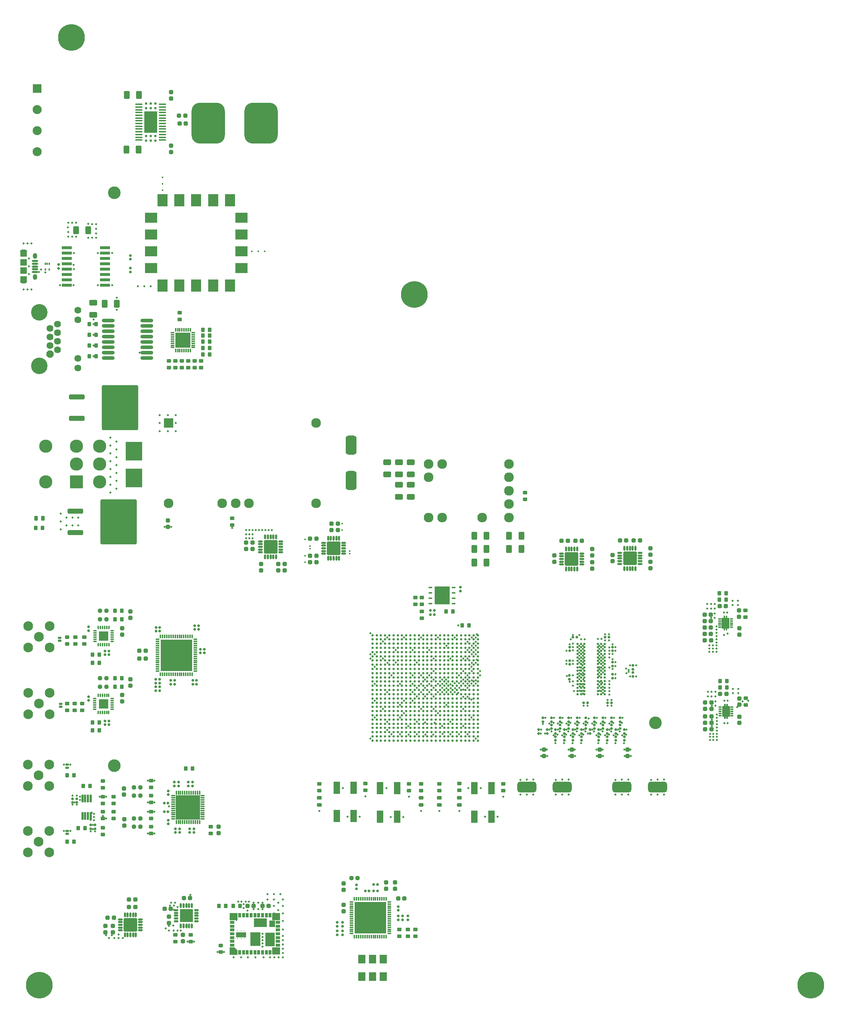
<source format=gts>
G04*
G04 #@! TF.GenerationSoftware,Altium Limited,Altium Designer,23.4.1 (23)*
G04*
G04 Layer_Color=8388736*
%FSLAX44Y44*%
%MOMM*%
G71*
G04*
G04 #@! TF.SameCoordinates,CF21992F-A9CA-4C5A-8A3B-549160C445C6*
G04*
G04*
G04 #@! TF.FilePolarity,Negative*
G04*
G01*
G75*
%ADD34R,3.1000X5.1600*%
%ADD71R,0.9652X0.4318*%
%ADD72R,3.6068X4.1910*%
%ADD90R,1.6500X1.3000*%
%ADD91C,3.0000*%
G04:AMPARAMS|DCode=92|XSize=1.905mm|YSize=1.2954mm|CornerRadius=0.2537mm|HoleSize=0mm|Usage=FLASHONLY|Rotation=270.000|XOffset=0mm|YOffset=0mm|HoleType=Round|Shape=RoundedRectangle|*
%AMROUNDEDRECTD92*
21,1,1.9050,0.7879,0,0,270.0*
21,1,1.3975,1.2954,0,0,270.0*
1,1,0.5075,-0.3940,-0.6988*
1,1,0.5075,-0.3940,0.6988*
1,1,0.5075,0.3940,0.6988*
1,1,0.5075,0.3940,-0.6988*
%
%ADD92ROUNDEDRECTD92*%
G04:AMPARAMS|DCode=93|XSize=0.6096mm|YSize=0.6096mm|CornerRadius=0.2032mm|HoleSize=0mm|Usage=FLASHONLY|Rotation=180.000|XOffset=0mm|YOffset=0mm|HoleType=Round|Shape=RoundedRectangle|*
%AMROUNDEDRECTD93*
21,1,0.6096,0.2032,0,0,180.0*
21,1,0.2032,0.6096,0,0,180.0*
1,1,0.4064,-0.1016,0.1016*
1,1,0.4064,0.1016,0.1016*
1,1,0.4064,0.1016,-0.1016*
1,1,0.4064,-0.1016,-0.1016*
%
%ADD93ROUNDEDRECTD93*%
G04:AMPARAMS|DCode=94|XSize=0.6096mm|YSize=0.6096mm|CornerRadius=0.2032mm|HoleSize=0mm|Usage=FLASHONLY|Rotation=270.000|XOffset=0mm|YOffset=0mm|HoleType=Round|Shape=RoundedRectangle|*
%AMROUNDEDRECTD94*
21,1,0.6096,0.2032,0,0,270.0*
21,1,0.2032,0.6096,0,0,270.0*
1,1,0.4064,-0.1016,-0.1016*
1,1,0.4064,-0.1016,0.1016*
1,1,0.4064,0.1016,0.1016*
1,1,0.4064,0.1016,-0.1016*
%
%ADD94ROUNDEDRECTD94*%
%ADD95R,1.5400X2.8900*%
G04:AMPARAMS|DCode=96|XSize=0.9906mm|YSize=0.889mm|CornerRadius=0.2043mm|HoleSize=0mm|Usage=FLASHONLY|Rotation=0.000|XOffset=0mm|YOffset=0mm|HoleType=Round|Shape=RoundedRectangle|*
%AMROUNDEDRECTD96*
21,1,0.9906,0.4803,0,0,0.0*
21,1,0.5819,0.8890,0,0,0.0*
1,1,0.4087,0.2910,-0.2402*
1,1,0.4087,-0.2910,-0.2402*
1,1,0.4087,-0.2910,0.2402*
1,1,0.4087,0.2910,0.2402*
%
%ADD96ROUNDEDRECTD96*%
%ADD97C,0.5516*%
G04:AMPARAMS|DCode=98|XSize=4.5016mm|YSize=2.6016mm|CornerRadius=0.6758mm|HoleSize=0mm|Usage=FLASHONLY|Rotation=0.000|XOffset=0mm|YOffset=0mm|HoleType=Round|Shape=RoundedRectangle|*
%AMROUNDEDRECTD98*
21,1,4.5016,1.2500,0,0,0.0*
21,1,3.1500,2.6016,0,0,0.0*
1,1,1.3516,1.5750,-0.6250*
1,1,1.3516,-1.5750,-0.6250*
1,1,1.3516,-1.5750,0.6250*
1,1,1.3516,1.5750,0.6250*
%
%ADD98ROUNDEDRECTD98*%
G04:AMPARAMS|DCode=99|XSize=0.9906mm|YSize=0.9652mm|CornerRadius=0.2019mm|HoleSize=0mm|Usage=FLASHONLY|Rotation=90.000|XOffset=0mm|YOffset=0mm|HoleType=Round|Shape=RoundedRectangle|*
%AMROUNDEDRECTD99*
21,1,0.9906,0.5613,0,0,90.0*
21,1,0.5867,0.9652,0,0,90.0*
1,1,0.4039,0.2807,0.2934*
1,1,0.4039,0.2807,-0.2934*
1,1,0.4039,-0.2807,-0.2934*
1,1,0.4039,-0.2807,0.2934*
%
%ADD99ROUNDEDRECTD99*%
%ADD100C,0.5500*%
%ADD101R,2.4390X0.6990*%
G04:AMPARAMS|DCode=102|XSize=3.15mm|YSize=3.15mm|CornerRadius=0.1575mm|HoleSize=0mm|Usage=FLASHONLY|Rotation=90.000|XOffset=0mm|YOffset=0mm|HoleType=Round|Shape=RoundedRectangle|*
%AMROUNDEDRECTD102*
21,1,3.1500,2.8350,0,0,90.0*
21,1,2.8350,3.1500,0,0,90.0*
1,1,0.3150,1.4175,1.4175*
1,1,0.3150,1.4175,-1.4175*
1,1,0.3150,-1.4175,-1.4175*
1,1,0.3150,-1.4175,1.4175*
%
%ADD102ROUNDEDRECTD102*%
G04:AMPARAMS|DCode=103|XSize=0.49mm|YSize=1.14mm|CornerRadius=0.1575mm|HoleSize=0mm|Usage=FLASHONLY|Rotation=180.000|XOffset=0mm|YOffset=0mm|HoleType=Round|Shape=RoundedRectangle|*
%AMROUNDEDRECTD103*
21,1,0.4900,0.8250,0,0,180.0*
21,1,0.1750,1.1400,0,0,180.0*
1,1,0.3150,-0.0875,0.4125*
1,1,0.3150,0.0875,0.4125*
1,1,0.3150,0.0875,-0.4125*
1,1,0.3150,-0.0875,-0.4125*
%
%ADD103ROUNDEDRECTD103*%
G04:AMPARAMS|DCode=104|XSize=0.49mm|YSize=1.14mm|CornerRadius=0.1575mm|HoleSize=0mm|Usage=FLASHONLY|Rotation=90.000|XOffset=0mm|YOffset=0mm|HoleType=Round|Shape=RoundedRectangle|*
%AMROUNDEDRECTD104*
21,1,0.4900,0.8250,0,0,90.0*
21,1,0.1750,1.1400,0,0,90.0*
1,1,0.3150,0.4125,0.0875*
1,1,0.3150,0.4125,-0.0875*
1,1,0.3150,-0.4125,-0.0875*
1,1,0.3150,-0.4125,0.0875*
%
%ADD104ROUNDEDRECTD104*%
G04:AMPARAMS|DCode=105|XSize=0.9906mm|YSize=0.9652mm|CornerRadius=0.2019mm|HoleSize=0mm|Usage=FLASHONLY|Rotation=180.000|XOffset=0mm|YOffset=0mm|HoleType=Round|Shape=RoundedRectangle|*
%AMROUNDEDRECTD105*
21,1,0.9906,0.5613,0,0,180.0*
21,1,0.5867,0.9652,0,0,180.0*
1,1,0.4039,-0.2934,0.2807*
1,1,0.4039,0.2934,0.2807*
1,1,0.4039,0.2934,-0.2807*
1,1,0.4039,-0.2934,-0.2807*
%
%ADD105ROUNDEDRECTD105*%
G04:AMPARAMS|DCode=106|XSize=3.15mm|YSize=3.15mm|CornerRadius=0.1575mm|HoleSize=0mm|Usage=FLASHONLY|Rotation=180.000|XOffset=0mm|YOffset=0mm|HoleType=Round|Shape=RoundedRectangle|*
%AMROUNDEDRECTD106*
21,1,3.1500,2.8350,0,0,180.0*
21,1,2.8350,3.1500,0,0,180.0*
1,1,0.3150,-1.4175,1.4175*
1,1,0.3150,1.4175,1.4175*
1,1,0.3150,1.4175,-1.4175*
1,1,0.3150,-1.4175,-1.4175*
%
%ADD106ROUNDEDRECTD106*%
G04:AMPARAMS|DCode=107|XSize=0.38mm|YSize=0.74mm|CornerRadius=0.1192mm|HoleSize=0mm|Usage=FLASHONLY|Rotation=90.000|XOffset=0mm|YOffset=0mm|HoleType=Round|Shape=RoundedRectangle|*
%AMROUNDEDRECTD107*
21,1,0.3800,0.5016,0,0,90.0*
21,1,0.1416,0.7400,0,0,90.0*
1,1,0.2384,0.2508,0.0708*
1,1,0.2384,0.2508,-0.0708*
1,1,0.2384,-0.2508,-0.0708*
1,1,0.2384,-0.2508,0.0708*
%
%ADD107ROUNDEDRECTD107*%
G04:AMPARAMS|DCode=108|XSize=2.54mm|YSize=1.79mm|CornerRadius=0.1113mm|HoleSize=0mm|Usage=FLASHONLY|Rotation=90.000|XOffset=0mm|YOffset=0mm|HoleType=Round|Shape=RoundedRectangle|*
%AMROUNDEDRECTD108*
21,1,2.5400,1.5675,0,0,90.0*
21,1,2.3175,1.7900,0,0,90.0*
1,1,0.2225,0.7838,1.1588*
1,1,0.2225,0.7838,-1.1588*
1,1,0.2225,-0.7838,-1.1588*
1,1,0.2225,-0.7838,1.1588*
%
%ADD108ROUNDEDRECTD108*%
G04:AMPARAMS|DCode=109|XSize=0.9906mm|YSize=0.889mm|CornerRadius=0.2043mm|HoleSize=0mm|Usage=FLASHONLY|Rotation=270.000|XOffset=0mm|YOffset=0mm|HoleType=Round|Shape=RoundedRectangle|*
%AMROUNDEDRECTD109*
21,1,0.9906,0.4803,0,0,270.0*
21,1,0.5819,0.8890,0,0,270.0*
1,1,0.4087,-0.2402,-0.2910*
1,1,0.4087,-0.2402,0.2910*
1,1,0.4087,0.2402,0.2910*
1,1,0.4087,0.2402,-0.2910*
%
%ADD109ROUNDEDRECTD109*%
%ADD110R,2.9400X2.4400*%
%ADD111R,2.4400X2.9400*%
%ADD112O,0.3500X0.9500*%
%ADD113O,0.9500X0.3500*%
%ADD114R,2.2500X2.2500*%
G04:AMPARAMS|DCode=115|XSize=7.9016mm|YSize=9.7016mm|CornerRadius=2.0008mm|HoleSize=0mm|Usage=FLASHONLY|Rotation=180.000|XOffset=0mm|YOffset=0mm|HoleType=Round|Shape=RoundedRectangle|*
%AMROUNDEDRECTD115*
21,1,7.9016,5.7000,0,0,180.0*
21,1,3.9000,9.7016,0,0,180.0*
1,1,4.0016,-1.9500,2.8500*
1,1,4.0016,1.9500,2.8500*
1,1,4.0016,1.9500,-2.8500*
1,1,4.0016,-1.9500,-2.8500*
%
%ADD115ROUNDEDRECTD115*%
%ADD116R,2.3900X1.2400*%
%ADD117R,1.3400X1.5000*%
%ADD118R,3.1500X2.1400*%
%ADD119R,2.3000X3.2000*%
%ADD120R,2.3400X3.2400*%
%ADD121R,0.7400X1.0900*%
%ADD122R,1.8400X1.7400*%
%ADD123R,1.0900X0.7400*%
G04:AMPARAMS|DCode=124|XSize=0.5mm|YSize=0.8mm|CornerRadius=0.1mm|HoleSize=0mm|Usage=FLASHONLY|Rotation=90.000|XOffset=0mm|YOffset=0mm|HoleType=Round|Shape=RoundedRectangle|*
%AMROUNDEDRECTD124*
21,1,0.5000,0.6000,0,0,90.0*
21,1,0.3000,0.8000,0,0,90.0*
1,1,0.2000,0.3000,0.1500*
1,1,0.2000,0.3000,-0.1500*
1,1,0.2000,-0.3000,-0.1500*
1,1,0.2000,-0.3000,0.1500*
%
%ADD124ROUNDEDRECTD124*%
G04:AMPARAMS|DCode=125|XSize=0.9906mm|YSize=0.9652mm|CornerRadius=0.2797mm|HoleSize=0mm|Usage=FLASHONLY|Rotation=0.000|XOffset=0mm|YOffset=0mm|HoleType=Round|Shape=RoundedRectangle|*
%AMROUNDEDRECTD125*
21,1,0.9906,0.4059,0,0,0.0*
21,1,0.4313,0.9652,0,0,0.0*
1,1,0.5593,0.2157,-0.2030*
1,1,0.5593,-0.2157,-0.2030*
1,1,0.5593,-0.2157,0.2030*
1,1,0.5593,0.2157,0.2030*
%
%ADD125ROUNDEDRECTD125*%
%ADD126R,5.7400X5.7400*%
%ADD127O,0.9900X0.4200*%
%ADD128O,0.4200X0.9900*%
%ADD129R,3.1500X3.1500*%
G04:AMPARAMS|DCode=130|XSize=1.09mm|YSize=0.44mm|CornerRadius=0.145mm|HoleSize=0mm|Usage=FLASHONLY|Rotation=0.000|XOffset=0mm|YOffset=0mm|HoleType=Round|Shape=RoundedRectangle|*
%AMROUNDEDRECTD130*
21,1,1.0900,0.1500,0,0,0.0*
21,1,0.8000,0.4400,0,0,0.0*
1,1,0.2900,0.4000,-0.0750*
1,1,0.2900,-0.4000,-0.0750*
1,1,0.2900,-0.4000,0.0750*
1,1,0.2900,0.4000,0.0750*
%
%ADD130ROUNDEDRECTD130*%
%ADD131O,0.5400X1.9400*%
G04:AMPARAMS|DCode=132|XSize=3.5016mm|YSize=3.5016mm|CornerRadius=0mm|HoleSize=0mm|Usage=FLASHONLY|Rotation=0.000|XOffset=0mm|YOffset=0mm|HoleType=Round|Shape=RoundedRectangle|*
%AMROUNDEDRECTD132*
21,1,3.5016,3.5016,0,0,0.0*
21,1,3.5016,3.5016,0,0,0.0*
1,1,0.0000,1.7508,-1.7508*
1,1,0.0000,-1.7508,-1.7508*
1,1,0.0000,-1.7508,1.7508*
1,1,0.0000,1.7508,1.7508*
%
%ADD132ROUNDEDRECTD132*%
%ADD133R,0.3516X0.9016*%
%ADD134R,0.9016X0.3516*%
%ADD135O,3.0226X0.8636*%
G04:AMPARAMS|DCode=136|XSize=1.905mm|YSize=1.2954mm|CornerRadius=0.2537mm|HoleSize=0mm|Usage=FLASHONLY|Rotation=0.000|XOffset=0mm|YOffset=0mm|HoleType=Round|Shape=RoundedRectangle|*
%AMROUNDEDRECTD136*
21,1,1.9050,0.7879,0,0,0.0*
21,1,1.3975,1.2954,0,0,0.0*
1,1,0.5075,0.6988,-0.3940*
1,1,0.5075,-0.6988,-0.3940*
1,1,0.5075,-0.6988,0.3940*
1,1,0.5075,0.6988,0.3940*
%
%ADD136ROUNDEDRECTD136*%
%ADD137C,2.2990*%
G04:AMPARAMS|DCode=138|XSize=4.5016mm|YSize=2.6016mm|CornerRadius=0.6758mm|HoleSize=0mm|Usage=FLASHONLY|Rotation=270.000|XOffset=0mm|YOffset=0mm|HoleType=Round|Shape=RoundedRectangle|*
%AMROUNDEDRECTD138*
21,1,4.5016,1.2500,0,0,270.0*
21,1,3.1500,2.6016,0,0,270.0*
1,1,1.3516,-0.6250,-1.5750*
1,1,1.3516,-0.6250,1.5750*
1,1,1.3516,0.6250,1.5750*
1,1,1.3516,0.6250,-1.5750*
%
%ADD138ROUNDEDRECTD138*%
%ADD139O,0.9400X0.3700*%
%ADD140O,0.3700X0.9400*%
%ADD141R,7.5400X7.5400*%
%ADD142R,1.6900X2.0900*%
G04:AMPARAMS|DCode=143|XSize=1.1016mm|YSize=0.9016mm|CornerRadius=0.2508mm|HoleSize=0mm|Usage=FLASHONLY|Rotation=0.000|XOffset=0mm|YOffset=0mm|HoleType=Round|Shape=RoundedRectangle|*
%AMROUNDEDRECTD143*
21,1,1.1016,0.4000,0,0,0.0*
21,1,0.6000,0.9016,0,0,0.0*
1,1,0.5016,0.3000,-0.2000*
1,1,0.5016,-0.3000,-0.2000*
1,1,0.5016,-0.3000,0.2000*
1,1,0.5016,0.3000,0.2000*
%
%ADD143ROUNDEDRECTD143*%
%ADD144O,1.7016X0.4016*%
%ADD145R,4.0132X4.4450*%
G04:AMPARAMS|DCode=146|XSize=10.6932mm|YSize=8.5832mm|CornerRadius=0.3111mm|HoleSize=0mm|Usage=FLASHONLY|Rotation=270.000|XOffset=0mm|YOffset=0mm|HoleType=Round|Shape=RoundedRectangle|*
%AMROUNDEDRECTD146*
21,1,10.6932,7.9610,0,0,270.0*
21,1,10.0710,8.5832,0,0,270.0*
1,1,0.6222,-3.9805,-5.0355*
1,1,0.6222,-3.9805,5.0355*
1,1,0.6222,3.9805,5.0355*
1,1,0.6222,3.9805,-5.0355*
%
%ADD146ROUNDEDRECTD146*%
G04:AMPARAMS|DCode=147|XSize=3.7072mm|YSize=1.2192mm|CornerRadius=0.3556mm|HoleSize=0mm|Usage=FLASHONLY|Rotation=0.000|XOffset=0mm|YOffset=0mm|HoleType=Round|Shape=RoundedRectangle|*
%AMROUNDEDRECTD147*
21,1,3.7072,0.5080,0,0,0.0*
21,1,2.9960,1.2192,0,0,0.0*
1,1,0.7112,1.4980,-0.2540*
1,1,0.7112,-1.4980,-0.2540*
1,1,0.7112,-1.4980,0.2540*
1,1,0.7112,1.4980,0.2540*
%
%ADD147ROUNDEDRECTD147*%
G04:AMPARAMS|DCode=148|XSize=1.1016mm|YSize=0.9016mm|CornerRadius=0.2508mm|HoleSize=0mm|Usage=FLASHONLY|Rotation=90.000|XOffset=0mm|YOffset=0mm|HoleType=Round|Shape=RoundedRectangle|*
%AMROUNDEDRECTD148*
21,1,1.1016,0.4000,0,0,90.0*
21,1,0.6000,0.9016,0,0,90.0*
1,1,0.5016,0.2000,0.3000*
1,1,0.5016,0.2000,-0.3000*
1,1,0.5016,-0.2000,-0.3000*
1,1,0.5016,-0.2000,0.3000*
%
%ADD148ROUNDEDRECTD148*%
G04:AMPARAMS|DCode=149|XSize=0.5mm|YSize=1.45mm|CornerRadius=0.15mm|HoleSize=0mm|Usage=FLASHONLY|Rotation=270.000|XOffset=0mm|YOffset=0mm|HoleType=Round|Shape=RoundedRectangle|*
%AMROUNDEDRECTD149*
21,1,0.5000,1.1500,0,0,270.0*
21,1,0.2000,1.4500,0,0,270.0*
1,1,0.3000,-0.5750,-0.1000*
1,1,0.3000,-0.5750,0.1000*
1,1,0.3000,0.5750,0.1000*
1,1,0.3000,0.5750,-0.1000*
%
%ADD149ROUNDEDRECTD149*%
%ADD150R,1.6500X1.6000*%
G04:AMPARAMS|DCode=151|XSize=0.4mm|YSize=0.55mm|CornerRadius=0.125mm|HoleSize=0mm|Usage=FLASHONLY|Rotation=0.000|XOffset=0mm|YOffset=0mm|HoleType=Round|Shape=RoundedRectangle|*
%AMROUNDEDRECTD151*
21,1,0.4000,0.3000,0,0,0.0*
21,1,0.1500,0.5500,0,0,0.0*
1,1,0.2500,0.0750,-0.1500*
1,1,0.2500,-0.0750,-0.1500*
1,1,0.2500,-0.0750,0.1500*
1,1,0.2500,0.0750,0.1500*
%
%ADD151ROUNDEDRECTD151*%
%ADD152R,7.5400X7.5400*%
%ADD153C,6.3400*%
%ADD154C,3.9116*%
G04:AMPARAMS|DCode=155|XSize=1.6256mm|YSize=1.6256mm|CornerRadius=0mm|HoleSize=0mm|Usage=FLASHONLY|Rotation=270.000|XOffset=0mm|YOffset=0mm|HoleType=Round|Shape=Octagon|*
%AMOCTAGOND155*
4,1,8,-0.4064,-0.8128,0.4064,-0.8128,0.8128,-0.4064,0.8128,0.4064,0.4064,0.8128,-0.4064,0.8128,-0.8128,0.4064,-0.8128,-0.4064,-0.4064,-0.8128,0.0*
%
%ADD155OCTAGOND155*%

%ADD156C,1.6256*%
%ADD157C,2.3016*%
%ADD158C,0.7016*%
%ADD159C,3.1372*%
%ADD160C,3.1400*%
%ADD161R,3.1400X3.1400*%
%ADD162R,2.2990X2.2990*%
G04:AMPARAMS|DCode=163|XSize=1.35mm|YSize=1.05mm|CornerRadius=0.525mm|HoleSize=0mm|Usage=FLASHONLY|Rotation=270.000|XOffset=0mm|YOffset=0mm|HoleType=Round|Shape=RoundedRectangle|*
%AMROUNDEDRECTD163*
21,1,1.3500,0.0000,0,0,270.0*
21,1,0.3000,1.0500,0,0,270.0*
1,1,1.0500,0.0000,-0.1500*
1,1,1.0500,0.0000,0.1500*
1,1,1.0500,0.0000,0.1500*
1,1,1.0500,0.0000,-0.1500*
%
%ADD163ROUNDEDRECTD163*%
G04:AMPARAMS|DCode=164|XSize=1.05mm|YSize=1.65mm|CornerRadius=0.525mm|HoleSize=0mm|Usage=FLASHONLY|Rotation=270.000|XOffset=0mm|YOffset=0mm|HoleType=Round|Shape=RoundedRectangle|*
%AMROUNDEDRECTD164*
21,1,1.0500,0.6000,0,0,270.0*
21,1,0.0000,1.6500,0,0,270.0*
1,1,1.0500,-0.3000,0.0000*
1,1,1.0500,-0.3000,0.0000*
1,1,1.0500,0.3000,0.0000*
1,1,1.0500,0.3000,0.0000*
%
%ADD164ROUNDEDRECTD164*%
%ADD165C,2.1450*%
%ADD166R,2.1450X2.1450*%
%ADD167C,0.4826*%
%ADD168C,0.4318*%
%ADD169C,0.6604*%
%ADD170C,0.6016*%
%ADD171C,0.3000*%
G36*
X1681047Y927680D02*
X1681075D01*
X1681102Y927676D01*
X1681129Y927673D01*
X1681156Y927667D01*
X1681183Y927663D01*
X1681210Y927654D01*
X1681236Y927648D01*
X1681262Y927637D01*
X1681288Y927629D01*
X1681472Y927553D01*
X1681497Y927540D01*
X1681522Y927530D01*
X1681545Y927515D01*
X1681570Y927503D01*
X1681593Y927486D01*
X1681616Y927472D01*
X1681637Y927454D01*
X1681659Y927438D01*
X1681679Y927418D01*
X1681700Y927400D01*
X1681840Y927260D01*
X1681858Y927239D01*
X1681878Y927219D01*
X1681894Y927197D01*
X1681912Y927176D01*
X1681926Y927152D01*
X1681943Y927130D01*
X1681955Y927105D01*
X1681969Y927082D01*
X1681980Y927057D01*
X1681993Y927032D01*
X1682069Y926848D01*
X1682077Y926822D01*
X1682088Y926796D01*
X1682094Y926770D01*
X1682103Y926743D01*
X1682107Y926716D01*
X1682113Y926689D01*
X1682116Y926662D01*
X1682120Y926635D01*
Y926607D01*
X1682122Y926579D01*
Y926480D01*
Y893480D01*
Y893381D01*
X1682120Y893353D01*
Y893325D01*
X1682116Y893298D01*
X1682113Y893271D01*
X1682107Y893244D01*
X1682103Y893217D01*
X1682094Y893190D01*
X1682088Y893164D01*
X1682077Y893138D01*
X1682069Y893112D01*
X1681993Y892928D01*
X1681980Y892903D01*
X1681969Y892878D01*
X1681955Y892855D01*
X1681943Y892830D01*
X1681926Y892807D01*
X1681912Y892784D01*
X1681894Y892763D01*
X1681878Y892741D01*
X1681858Y892721D01*
X1681840Y892700D01*
X1681700Y892560D01*
X1681679Y892542D01*
X1681659Y892522D01*
X1681637Y892506D01*
X1681616Y892488D01*
X1681592Y892474D01*
X1681570Y892457D01*
X1681546Y892445D01*
X1681522Y892430D01*
X1681496Y892420D01*
X1681472Y892407D01*
X1681288Y892331D01*
X1681262Y892323D01*
X1681236Y892312D01*
X1681210Y892306D01*
X1681183Y892297D01*
X1681156Y892293D01*
X1681129Y892287D01*
X1681102Y892284D01*
X1681075Y892280D01*
X1681047D01*
X1681019Y892278D01*
X1679321D01*
X1679293Y892280D01*
X1679265D01*
X1679238Y892284D01*
X1679211Y892287D01*
X1679184Y892293D01*
X1679157Y892297D01*
X1679130Y892306D01*
X1679104Y892312D01*
X1679078Y892323D01*
X1679052Y892331D01*
X1678868Y892407D01*
X1678843Y892420D01*
X1678818Y892430D01*
X1678795Y892445D01*
X1678770Y892457D01*
X1678748Y892474D01*
X1678724Y892488D01*
X1678703Y892506D01*
X1678681Y892522D01*
X1678661Y892542D01*
X1678640Y892560D01*
X1678500Y892700D01*
X1678482Y892721D01*
X1678462Y892741D01*
X1678446Y892763D01*
X1678428Y892784D01*
X1678414Y892808D01*
X1678397Y892830D01*
X1678385Y892855D01*
X1678371Y892878D01*
X1678360Y892904D01*
X1678347Y892928D01*
X1678271Y893112D01*
X1678263Y893138D01*
X1678252Y893164D01*
X1678246Y893190D01*
X1678237Y893217D01*
X1678233Y893244D01*
X1678226Y893271D01*
X1678224Y893298D01*
X1678220Y893326D01*
Y893353D01*
X1678218Y893381D01*
Y893480D01*
Y926480D01*
Y926579D01*
X1678220Y926607D01*
Y926635D01*
X1678224Y926662D01*
X1678226Y926689D01*
X1678233Y926716D01*
X1678237Y926743D01*
X1678246Y926770D01*
X1678252Y926796D01*
X1678263Y926822D01*
X1678271Y926848D01*
X1678347Y927032D01*
X1678360Y927057D01*
X1678371Y927082D01*
X1678385Y927105D01*
X1678397Y927130D01*
X1678414Y927152D01*
X1678428Y927176D01*
X1678446Y927197D01*
X1678462Y927219D01*
X1678482Y927239D01*
X1678500Y927260D01*
X1678640Y927400D01*
X1678661Y927418D01*
X1678681Y927438D01*
X1678703Y927454D01*
X1678724Y927472D01*
X1678748Y927486D01*
X1678770Y927503D01*
X1678795Y927515D01*
X1678818Y927530D01*
X1678843Y927540D01*
X1678868Y927553D01*
X1679052Y927629D01*
X1679078Y927637D01*
X1679104Y927648D01*
X1679130Y927654D01*
X1679157Y927663D01*
X1679184Y927667D01*
X1679211Y927673D01*
X1679238Y927676D01*
X1679265Y927680D01*
X1679293D01*
X1679321Y927682D01*
X1681019D01*
X1681047Y927680D01*
D02*
G37*
G36*
X1676047D02*
X1676075D01*
X1676102Y927676D01*
X1676129Y927673D01*
X1676156Y927667D01*
X1676183Y927663D01*
X1676210Y927654D01*
X1676236Y927648D01*
X1676262Y927637D01*
X1676288Y927629D01*
X1676472Y927553D01*
X1676497Y927540D01*
X1676522Y927530D01*
X1676545Y927515D01*
X1676570Y927503D01*
X1676593Y927486D01*
X1676616Y927472D01*
X1676637Y927454D01*
X1676659Y927438D01*
X1676679Y927418D01*
X1676700Y927400D01*
X1676840Y927260D01*
X1676858Y927239D01*
X1676878Y927219D01*
X1676894Y927197D01*
X1676912Y927176D01*
X1676926Y927152D01*
X1676943Y927130D01*
X1676955Y927105D01*
X1676969Y927082D01*
X1676980Y927057D01*
X1676993Y927032D01*
X1677069Y926848D01*
X1677077Y926822D01*
X1677088Y926796D01*
X1677094Y926770D01*
X1677103Y926743D01*
X1677107Y926716D01*
X1677113Y926689D01*
X1677116Y926662D01*
X1677120Y926635D01*
Y926607D01*
X1677122Y926579D01*
Y926480D01*
Y893480D01*
Y893381D01*
X1677120Y893353D01*
Y893325D01*
X1677116Y893298D01*
X1677113Y893271D01*
X1677107Y893244D01*
X1677103Y893217D01*
X1677094Y893190D01*
X1677088Y893164D01*
X1677077Y893138D01*
X1677069Y893112D01*
X1676993Y892928D01*
X1676980Y892903D01*
X1676969Y892878D01*
X1676955Y892855D01*
X1676943Y892830D01*
X1676926Y892807D01*
X1676912Y892784D01*
X1676894Y892763D01*
X1676878Y892741D01*
X1676858Y892721D01*
X1676840Y892700D01*
X1676700Y892560D01*
X1676679Y892542D01*
X1676659Y892522D01*
X1676637Y892506D01*
X1676616Y892488D01*
X1676592Y892474D01*
X1676570Y892457D01*
X1676546Y892445D01*
X1676522Y892430D01*
X1676496Y892420D01*
X1676472Y892407D01*
X1676288Y892331D01*
X1676262Y892323D01*
X1676236Y892312D01*
X1676210Y892306D01*
X1676183Y892297D01*
X1676156Y892293D01*
X1676129Y892287D01*
X1676102Y892284D01*
X1676074Y892280D01*
X1676047D01*
X1676019Y892278D01*
X1674321D01*
X1674293Y892280D01*
X1674265D01*
X1674238Y892284D01*
X1674211Y892287D01*
X1674184Y892293D01*
X1674157Y892297D01*
X1674130Y892306D01*
X1674104Y892312D01*
X1674078Y892323D01*
X1674052Y892331D01*
X1673868Y892407D01*
X1673843Y892420D01*
X1673818Y892430D01*
X1673795Y892445D01*
X1673770Y892457D01*
X1673748Y892474D01*
X1673724Y892488D01*
X1673703Y892506D01*
X1673681Y892522D01*
X1673661Y892542D01*
X1673640Y892560D01*
X1673500Y892700D01*
X1673482Y892721D01*
X1673462Y892741D01*
X1673446Y892763D01*
X1673428Y892784D01*
X1673414Y892808D01*
X1673397Y892830D01*
X1673385Y892855D01*
X1673371Y892878D01*
X1673360Y892904D01*
X1673347Y892928D01*
X1673271Y893112D01*
X1673263Y893138D01*
X1673252Y893164D01*
X1673246Y893190D01*
X1673237Y893217D01*
X1673233Y893244D01*
X1673226Y893271D01*
X1673224Y893298D01*
X1673220Y893326D01*
Y893353D01*
X1673218Y893381D01*
Y893480D01*
Y926480D01*
Y926579D01*
X1673220Y926607D01*
Y926635D01*
X1673224Y926662D01*
X1673226Y926689D01*
X1673233Y926716D01*
X1673237Y926743D01*
X1673246Y926770D01*
X1673252Y926796D01*
X1673263Y926822D01*
X1673271Y926848D01*
X1673347Y927032D01*
X1673360Y927057D01*
X1673371Y927082D01*
X1673385Y927105D01*
X1673397Y927130D01*
X1673414Y927152D01*
X1673428Y927176D01*
X1673446Y927197D01*
X1673462Y927219D01*
X1673482Y927239D01*
X1673500Y927260D01*
X1673640Y927400D01*
X1673661Y927418D01*
X1673681Y927438D01*
X1673703Y927454D01*
X1673724Y927472D01*
X1673748Y927486D01*
X1673770Y927503D01*
X1673795Y927515D01*
X1673818Y927530D01*
X1673843Y927540D01*
X1673868Y927553D01*
X1674052Y927629D01*
X1674078Y927637D01*
X1674104Y927648D01*
X1674130Y927654D01*
X1674157Y927663D01*
X1674184Y927667D01*
X1674211Y927673D01*
X1674238Y927676D01*
X1674265Y927680D01*
X1674293D01*
X1674321Y927682D01*
X1676019D01*
X1676047Y927680D01*
D02*
G37*
G36*
X1682355Y718377D02*
X1682383D01*
X1682410Y718373D01*
X1682437Y718371D01*
X1682464Y718364D01*
X1682492Y718360D01*
X1682518Y718351D01*
X1682545Y718345D01*
X1682570Y718334D01*
X1682596Y718326D01*
X1682780Y718250D01*
X1682805Y718237D01*
X1682830Y718226D01*
X1682854Y718212D01*
X1682878Y718200D01*
X1682901Y718183D01*
X1682924Y718169D01*
X1682945Y718151D01*
X1682967Y718135D01*
X1682987Y718115D01*
X1683008Y718097D01*
X1683149Y717957D01*
X1683167Y717936D01*
X1683186Y717916D01*
X1683202Y717894D01*
X1683220Y717873D01*
X1683235Y717850D01*
X1683251Y717827D01*
X1683263Y717802D01*
X1683278Y717779D01*
X1683288Y717754D01*
X1683301Y717729D01*
X1683377Y717545D01*
X1683385Y717519D01*
X1683396Y717493D01*
X1683402Y717467D01*
X1683411Y717440D01*
X1683415Y717413D01*
X1683422Y717386D01*
X1683424Y717359D01*
X1683428Y717332D01*
Y717304D01*
X1683430Y717276D01*
Y717177D01*
Y684177D01*
Y684078D01*
X1683428Y684050D01*
Y684022D01*
X1683424Y683995D01*
X1683422Y683968D01*
X1683415Y683941D01*
X1683411Y683914D01*
X1683402Y683887D01*
X1683396Y683861D01*
X1683385Y683835D01*
X1683377Y683809D01*
X1683301Y683625D01*
X1683288Y683600D01*
X1683278Y683575D01*
X1683263Y683552D01*
X1683251Y683527D01*
X1683235Y683504D01*
X1683220Y683481D01*
X1683202Y683460D01*
X1683186Y683438D01*
X1683167Y683418D01*
X1683149Y683397D01*
X1683008Y683257D01*
X1682987Y683239D01*
X1682967Y683219D01*
X1682945Y683203D01*
X1682924Y683185D01*
X1682901Y683171D01*
X1682878Y683154D01*
X1682854Y683142D01*
X1682830Y683128D01*
X1682805Y683117D01*
X1682780Y683104D01*
X1682596Y683028D01*
X1682570Y683020D01*
X1682545Y683009D01*
X1682518Y683003D01*
X1682491Y682994D01*
X1682464Y682990D01*
X1682437Y682983D01*
X1682410Y682981D01*
X1682383Y682977D01*
X1682355D01*
X1682328Y682975D01*
X1680629D01*
X1680601Y682977D01*
X1680574D01*
X1680547Y682981D01*
X1680519Y682983D01*
X1680492Y682990D01*
X1680465Y682994D01*
X1680439Y683003D01*
X1680412Y683009D01*
X1680386Y683020D01*
X1680360Y683028D01*
X1680176Y683104D01*
X1680152Y683117D01*
X1680126Y683128D01*
X1680103Y683142D01*
X1680078Y683154D01*
X1680056Y683171D01*
X1680032Y683185D01*
X1680011Y683203D01*
X1679989Y683219D01*
X1679969Y683239D01*
X1679948Y683257D01*
X1679808Y683397D01*
X1679790Y683418D01*
X1679770Y683438D01*
X1679754Y683460D01*
X1679736Y683481D01*
X1679722Y683505D01*
X1679706Y683527D01*
X1679693Y683551D01*
X1679679Y683575D01*
X1679668Y683600D01*
X1679656Y683625D01*
X1679579Y683809D01*
X1679571Y683835D01*
X1679560Y683861D01*
X1679554Y683887D01*
X1679545Y683914D01*
X1679541Y683941D01*
X1679535Y683968D01*
X1679533Y683995D01*
X1679528Y684023D01*
Y684050D01*
X1679526Y684078D01*
Y684177D01*
Y717177D01*
Y717276D01*
X1679528Y717304D01*
Y717331D01*
X1679533Y717359D01*
X1679535Y717386D01*
X1679541Y717413D01*
X1679545Y717440D01*
X1679554Y717467D01*
X1679560Y717493D01*
X1679571Y717519D01*
X1679579Y717545D01*
X1679656Y717729D01*
X1679668Y717754D01*
X1679679Y717779D01*
X1679693Y717802D01*
X1679706Y717827D01*
X1679722Y717850D01*
X1679736Y717873D01*
X1679754Y717894D01*
X1679770Y717916D01*
X1679790Y717936D01*
X1679808Y717957D01*
X1679948Y718097D01*
X1679969Y718115D01*
X1679989Y718135D01*
X1680011Y718151D01*
X1680032Y718169D01*
X1680056Y718183D01*
X1680078Y718200D01*
X1680103Y718212D01*
X1680126Y718226D01*
X1680152Y718237D01*
X1680176Y718250D01*
X1680360Y718326D01*
X1680386Y718334D01*
X1680412Y718345D01*
X1680439Y718351D01*
X1680465Y718360D01*
X1680492Y718364D01*
X1680519Y718371D01*
X1680547Y718373D01*
X1680574Y718377D01*
X1680601D01*
X1680629Y718379D01*
X1682328D01*
X1682355Y718377D01*
D02*
G37*
G36*
X1677355D02*
X1677383D01*
X1677410Y718373D01*
X1677437Y718371D01*
X1677464Y718364D01*
X1677492Y718360D01*
X1677518Y718351D01*
X1677545Y718345D01*
X1677570Y718334D01*
X1677596Y718326D01*
X1677780Y718250D01*
X1677805Y718237D01*
X1677830Y718226D01*
X1677854Y718212D01*
X1677878Y718200D01*
X1677901Y718183D01*
X1677924Y718169D01*
X1677945Y718151D01*
X1677967Y718135D01*
X1677987Y718115D01*
X1678008Y718097D01*
X1678149Y717957D01*
X1678167Y717936D01*
X1678186Y717916D01*
X1678202Y717894D01*
X1678220Y717873D01*
X1678235Y717850D01*
X1678251Y717827D01*
X1678263Y717802D01*
X1678278Y717779D01*
X1678288Y717754D01*
X1678301Y717729D01*
X1678377Y717545D01*
X1678385Y717519D01*
X1678396Y717493D01*
X1678402Y717467D01*
X1678411Y717440D01*
X1678415Y717413D01*
X1678422Y717386D01*
X1678424Y717359D01*
X1678428Y717332D01*
Y717304D01*
X1678430Y717276D01*
Y717177D01*
Y684177D01*
Y684078D01*
X1678428Y684050D01*
Y684022D01*
X1678424Y683995D01*
X1678422Y683968D01*
X1678415Y683941D01*
X1678411Y683914D01*
X1678402Y683887D01*
X1678396Y683861D01*
X1678385Y683835D01*
X1678377Y683809D01*
X1678301Y683625D01*
X1678288Y683600D01*
X1678278Y683575D01*
X1678263Y683552D01*
X1678251Y683527D01*
X1678235Y683504D01*
X1678220Y683481D01*
X1678202Y683460D01*
X1678186Y683438D01*
X1678166Y683418D01*
X1678149Y683397D01*
X1678008Y683257D01*
X1677987Y683239D01*
X1677967Y683219D01*
X1677945Y683203D01*
X1677924Y683185D01*
X1677901Y683171D01*
X1677878Y683154D01*
X1677854Y683142D01*
X1677830Y683128D01*
X1677805Y683117D01*
X1677780Y683104D01*
X1677596Y683028D01*
X1677570Y683020D01*
X1677545Y683009D01*
X1677518Y683003D01*
X1677491Y682994D01*
X1677464Y682990D01*
X1677437Y682983D01*
X1677410Y682981D01*
X1677383Y682977D01*
X1677355D01*
X1677328Y682975D01*
X1675629D01*
X1675601Y682977D01*
X1675574D01*
X1675547Y682981D01*
X1675519Y682983D01*
X1675492Y682990D01*
X1675465Y682994D01*
X1675439Y683003D01*
X1675412Y683009D01*
X1675386Y683020D01*
X1675360Y683028D01*
X1675176Y683104D01*
X1675152Y683117D01*
X1675126Y683128D01*
X1675103Y683142D01*
X1675078Y683154D01*
X1675056Y683171D01*
X1675032Y683185D01*
X1675011Y683203D01*
X1674989Y683219D01*
X1674969Y683239D01*
X1674948Y683257D01*
X1674808Y683397D01*
X1674790Y683418D01*
X1674770Y683438D01*
X1674754Y683460D01*
X1674736Y683481D01*
X1674722Y683505D01*
X1674706Y683527D01*
X1674693Y683551D01*
X1674679Y683575D01*
X1674668Y683600D01*
X1674656Y683625D01*
X1674579Y683809D01*
X1674571Y683835D01*
X1674560Y683861D01*
X1674554Y683887D01*
X1674545Y683914D01*
X1674541Y683941D01*
X1674535Y683968D01*
X1674532Y683995D01*
X1674528Y684023D01*
Y684050D01*
X1674526Y684078D01*
Y684177D01*
Y717177D01*
Y717276D01*
X1674528Y717304D01*
Y717331D01*
X1674532Y717359D01*
X1674535Y717386D01*
X1674541Y717413D01*
X1674545Y717440D01*
X1674554Y717467D01*
X1674560Y717493D01*
X1674571Y717519D01*
X1674579Y717545D01*
X1674656Y717729D01*
X1674668Y717754D01*
X1674679Y717779D01*
X1674693Y717802D01*
X1674706Y717827D01*
X1674722Y717850D01*
X1674736Y717873D01*
X1674754Y717894D01*
X1674770Y717916D01*
X1674790Y717936D01*
X1674808Y717957D01*
X1674948Y718097D01*
X1674969Y718115D01*
X1674989Y718135D01*
X1675011Y718151D01*
X1675032Y718169D01*
X1675056Y718183D01*
X1675078Y718200D01*
X1675103Y718212D01*
X1675126Y718226D01*
X1675152Y718237D01*
X1675176Y718250D01*
X1675360Y718326D01*
X1675386Y718334D01*
X1675412Y718345D01*
X1675439Y718351D01*
X1675465Y718360D01*
X1675492Y718364D01*
X1675519Y718371D01*
X1675547Y718373D01*
X1675574Y718377D01*
X1675601D01*
X1675629Y718379D01*
X1677328D01*
X1677355Y718377D01*
D02*
G37*
G36*
X512666Y140691D02*
X512696Y140688D01*
X512726Y140688D01*
X512751Y140684D01*
X512776Y140682D01*
X512805Y140675D01*
X512835Y140670D01*
X512859Y140662D01*
X512883Y140656D01*
X512911Y140645D01*
X512939Y140635D01*
X512962Y140624D01*
X512985Y140614D01*
X513010Y140598D01*
X513037Y140584D01*
X513057Y140569D01*
X513079Y140556D01*
X513101Y140537D01*
X513126Y140519D01*
X520625Y134019D01*
X520643Y134001D01*
X520662Y133985D01*
X520681Y133962D01*
X520703Y133941D01*
X520717Y133920D01*
X520733Y133901D01*
X520749Y133876D01*
X520767Y133851D01*
X520778Y133829D01*
X520791Y133807D01*
X520803Y133780D01*
X520816Y133753D01*
X520824Y133729D01*
X520833Y133706D01*
X520840Y133676D01*
X520849Y133648D01*
X520853Y133623D01*
X520859Y133598D01*
X520861Y133568D01*
X520866Y133539D01*
X520866Y133514D01*
X520868Y133489D01*
X520868Y123989D01*
Y123989D01*
D01*
X520859Y123879D01*
X520834Y123772D01*
X520816Y123729D01*
X520792Y123670D01*
X520734Y123576D01*
X520662Y123492D01*
X520662D01*
Y123492D01*
X520579Y123421D01*
X520485Y123363D01*
X520425Y123338D01*
X520383Y123321D01*
X520276Y123295D01*
X520166Y123287D01*
D01*
X520166D01*
X503166D01*
X503056Y123295D01*
X502949Y123321D01*
X502847Y123363D01*
X502753Y123421D01*
X502669Y123492D01*
X502598Y123576D01*
X502540Y123670D01*
X502498Y123772D01*
X502472Y123879D01*
X502464Y123989D01*
Y139989D01*
Y139989D01*
D01*
X502472Y140098D01*
X502498Y140206D01*
X502540Y140307D01*
X502598Y140401D01*
X502669Y140485D01*
X502753Y140557D01*
X502847Y140614D01*
X502949Y140656D01*
X503056Y140682D01*
X503166Y140691D01*
X503166D01*
D01*
X512666Y140691D01*
D02*
G37*
D34*
X314960Y2098040D02*
D03*
D71*
X1033526Y956310D02*
D03*
Y969010D02*
D03*
Y981710D02*
D03*
Y994410D02*
D03*
X978154D02*
D03*
Y981710D02*
D03*
Y969010D02*
D03*
Y956310D02*
D03*
D72*
X1005840Y975360D02*
D03*
D90*
X13864Y1726781D02*
D03*
X13864Y1784780D02*
D03*
D91*
X228600Y1930400D02*
D03*
Y571500D02*
D03*
X1511300Y673100D02*
D03*
D92*
X166878Y1841500D02*
D03*
X137922D02*
D03*
X206060Y1667539D02*
D03*
X235016D02*
D03*
X1193771Y1085336D02*
D03*
X1164815D02*
D03*
X1193771Y1117086D02*
D03*
X1164815D02*
D03*
X1082265Y1053586D02*
D03*
X1111221D02*
D03*
X1082265Y1085336D02*
D03*
X1111221D02*
D03*
X1082265Y1117086D02*
D03*
X1111221D02*
D03*
X287528Y2162810D02*
D03*
X258572D02*
D03*
X286258Y2033270D02*
D03*
X257302D02*
D03*
D93*
X911860Y206375D02*
D03*
Y215265D02*
D03*
X901700Y237486D02*
D03*
Y228596D02*
D03*
Y206375D02*
D03*
Y215265D02*
D03*
X756920Y191135D02*
D03*
Y200025D02*
D03*
X769620Y170815D02*
D03*
Y179705D02*
D03*
X1307490Y785670D02*
D03*
Y776780D02*
D03*
X1308100Y812043D02*
D03*
Y820933D02*
D03*
Y852933D02*
D03*
Y844043D02*
D03*
X1409700Y853023D02*
D03*
Y844133D02*
D03*
Y817209D02*
D03*
Y808319D02*
D03*
Y779307D02*
D03*
Y788197D02*
D03*
X1457960Y800735D02*
D03*
Y809625D02*
D03*
Y783688D02*
D03*
Y792578D02*
D03*
X1437640Y631825D02*
D03*
Y640715D02*
D03*
Y648335D02*
D03*
Y657225D02*
D03*
X1427480Y668655D02*
D03*
Y659765D02*
D03*
Y676275D02*
D03*
Y685165D02*
D03*
X1417320Y631825D02*
D03*
Y640715D02*
D03*
Y648335D02*
D03*
Y657225D02*
D03*
X1407160Y659765D02*
D03*
Y668655D02*
D03*
Y676275D02*
D03*
Y685165D02*
D03*
X1376680Y631825D02*
D03*
Y640715D02*
D03*
X1397000Y631825D02*
D03*
Y640715D02*
D03*
Y648335D02*
D03*
Y657225D02*
D03*
X1386840Y659765D02*
D03*
Y668655D02*
D03*
Y676275D02*
D03*
Y685165D02*
D03*
X1376680Y648335D02*
D03*
Y657225D02*
D03*
X1366520Y659765D02*
D03*
Y668655D02*
D03*
Y676275D02*
D03*
Y685165D02*
D03*
X1356360Y648335D02*
D03*
Y657225D02*
D03*
X1346200Y668655D02*
D03*
Y659765D02*
D03*
Y676275D02*
D03*
Y685165D02*
D03*
X1336040Y631825D02*
D03*
Y640715D02*
D03*
Y648335D02*
D03*
Y657225D02*
D03*
X1325880Y659765D02*
D03*
Y668655D02*
D03*
Y676275D02*
D03*
Y685165D02*
D03*
X1315720Y631825D02*
D03*
Y640715D02*
D03*
Y648335D02*
D03*
Y657225D02*
D03*
X1305560Y659765D02*
D03*
Y668655D02*
D03*
Y676275D02*
D03*
Y685165D02*
D03*
X1295400Y640715D02*
D03*
Y631825D02*
D03*
Y648335D02*
D03*
Y657225D02*
D03*
X1285240Y659765D02*
D03*
Y668655D02*
D03*
Y676275D02*
D03*
Y685165D02*
D03*
X1274849Y631825D02*
D03*
Y640715D02*
D03*
Y648335D02*
D03*
Y657225D02*
D03*
X1265174Y668655D02*
D03*
Y659765D02*
D03*
Y676275D02*
D03*
Y685165D02*
D03*
X1254760Y648335D02*
D03*
Y657225D02*
D03*
X1244600Y676275D02*
D03*
Y685165D02*
D03*
X1234440Y648335D02*
D03*
Y657225D02*
D03*
X216165Y843864D02*
D03*
Y834974D02*
D03*
X206524Y843820D02*
D03*
Y834930D02*
D03*
X167640Y892175D02*
D03*
Y901065D02*
D03*
X167894Y726313D02*
D03*
Y735203D02*
D03*
X216154Y677799D02*
D03*
Y668909D02*
D03*
X206502Y677799D02*
D03*
Y668909D02*
D03*
X356616Y433451D02*
D03*
Y442341D02*
D03*
X417830Y413385D02*
D03*
Y422275D02*
D03*
X373380Y413385D02*
D03*
Y422275D02*
D03*
X383540Y413385D02*
D03*
Y422275D02*
D03*
X414020Y532765D02*
D03*
Y523875D02*
D03*
X403860Y532765D02*
D03*
Y523875D02*
D03*
X370840Y532765D02*
D03*
Y523875D02*
D03*
X356616Y511937D02*
D03*
Y503047D02*
D03*
X407670Y413385D02*
D03*
Y422275D02*
D03*
X381385Y532765D02*
D03*
Y523875D02*
D03*
X139917Y493190D02*
D03*
Y484300D02*
D03*
X129540Y493315D02*
D03*
Y484425D02*
D03*
X182880Y430958D02*
D03*
Y422068D02*
D03*
X172720Y430958D02*
D03*
Y422068D02*
D03*
X419419Y903819D02*
D03*
Y894929D02*
D03*
X442034Y848193D02*
D03*
Y839303D02*
D03*
X433144Y848193D02*
D03*
Y839303D02*
D03*
X756920Y170815D02*
D03*
Y179705D02*
D03*
X803160Y280035D02*
D03*
Y288925D02*
D03*
X769620Y200025D02*
D03*
Y191135D02*
D03*
X924560Y215265D02*
D03*
Y206375D02*
D03*
X1049020Y986155D02*
D03*
Y995045D02*
D03*
X266700Y1772920D02*
D03*
Y1781810D02*
D03*
X96768Y1751336D02*
D03*
Y1760226D02*
D03*
X266700Y1743075D02*
D03*
Y1751965D02*
D03*
X428309Y894929D02*
D03*
Y903819D02*
D03*
D94*
X852805Y289560D02*
D03*
X843915D02*
D03*
X852605Y274955D02*
D03*
X843715D02*
D03*
X823722D02*
D03*
X832612D02*
D03*
X1316355Y876300D02*
D03*
X1325245D02*
D03*
X1401445D02*
D03*
X1392555D02*
D03*
X1350508Y720570D02*
D03*
X1341617D02*
D03*
X1398527D02*
D03*
X1407417D02*
D03*
X336423Y758698D02*
D03*
X327533D02*
D03*
X347345Y482600D02*
D03*
X356235D02*
D03*
X347345Y462280D02*
D03*
X356235D02*
D03*
X371812Y764703D02*
D03*
X362922D02*
D03*
X371573Y774417D02*
D03*
X362683D02*
D03*
X423885Y764858D02*
D03*
X414995D02*
D03*
X423854Y774417D02*
D03*
X414964D02*
D03*
X327666Y891257D02*
D03*
X336556D02*
D03*
X327533Y767588D02*
D03*
X336423D02*
D03*
X327533Y749808D02*
D03*
X336423D02*
D03*
X327533Y776986D02*
D03*
X336423D02*
D03*
X978535Y939800D02*
D03*
X987425D02*
D03*
X978535Y929640D02*
D03*
X987425D02*
D03*
X336556Y899639D02*
D03*
X327666D02*
D03*
D95*
X755974Y452044D02*
D03*
X795974Y519544D02*
D03*
Y452044D02*
D03*
X755974Y519544D02*
D03*
X859088Y518411D02*
D03*
X899088Y450911D02*
D03*
Y518411D02*
D03*
X859088Y450911D02*
D03*
X1082608Y518411D02*
D03*
X1122608Y450911D02*
D03*
Y518411D02*
D03*
X1082608Y450911D02*
D03*
D96*
X824234Y513353D02*
D03*
Y529355D02*
D03*
X1725968Y731792D02*
D03*
Y715790D02*
D03*
X480886Y129428D02*
D03*
Y145430D02*
D03*
X201512Y408559D02*
D03*
Y424561D02*
D03*
Y462661D02*
D03*
Y446659D02*
D03*
Y519684D02*
D03*
Y535686D02*
D03*
Y498221D02*
D03*
Y482219D02*
D03*
X226912Y498221D02*
D03*
Y482219D02*
D03*
Y462661D02*
D03*
Y446659D02*
D03*
X315812Y427101D02*
D03*
Y411099D02*
D03*
Y446659D02*
D03*
Y462661D02*
D03*
Y500761D02*
D03*
Y484759D02*
D03*
Y520319D02*
D03*
Y536321D02*
D03*
X409750Y154528D02*
D03*
Y170530D02*
D03*
X373380D02*
D03*
Y154528D02*
D03*
X1724660Y924179D02*
D03*
Y940181D02*
D03*
X1202944Y1203325D02*
D03*
Y1219327D02*
D03*
X508000Y1142619D02*
D03*
Y1158621D02*
D03*
X942340Y183261D02*
D03*
Y167259D02*
D03*
X924560D02*
D03*
Y183261D02*
D03*
X904240Y167259D02*
D03*
Y183261D02*
D03*
X927100Y512699D02*
D03*
Y528701D02*
D03*
X1150620Y512699D02*
D03*
Y528701D02*
D03*
X714762Y512699D02*
D03*
Y528701D02*
D03*
X1046480Y513080D02*
D03*
Y529082D02*
D03*
X999242Y512699D02*
D03*
Y528701D02*
D03*
X956062Y512699D02*
D03*
Y528701D02*
D03*
X957580Y921639D02*
D03*
Y937641D02*
D03*
Y970661D02*
D03*
Y954659D02*
D03*
X942340D02*
D03*
Y970661D02*
D03*
X373380Y1532001D02*
D03*
Y1515999D02*
D03*
X434340Y1532001D02*
D03*
Y1515999D02*
D03*
X419100Y1532001D02*
D03*
Y1515999D02*
D03*
X404200Y1532001D02*
D03*
Y1515999D02*
D03*
X388620Y1532001D02*
D03*
Y1515999D02*
D03*
X384200Y1646301D02*
D03*
Y1630299D02*
D03*
X358140Y1515999D02*
D03*
Y1532001D02*
D03*
X457200Y411099D02*
D03*
Y427101D02*
D03*
X152648Y719174D02*
D03*
Y703172D02*
D03*
X134868D02*
D03*
Y719174D02*
D03*
X117088Y703172D02*
D03*
Y719174D02*
D03*
X157480Y876681D02*
D03*
Y860679D02*
D03*
X136878D02*
D03*
Y876681D02*
D03*
X116840Y860679D02*
D03*
Y876681D02*
D03*
D97*
X1391202Y740719D02*
D03*
X1383202D02*
D03*
X1375202D02*
D03*
X1343202D02*
D03*
X1335202D02*
D03*
X1327202D02*
D03*
X1391202Y748719D02*
D03*
X1383202D02*
D03*
X1375202D02*
D03*
X1343202D02*
D03*
X1335202D02*
D03*
X1327202D02*
D03*
X1391202Y756719D02*
D03*
X1383202D02*
D03*
X1375202D02*
D03*
X1343202D02*
D03*
X1335202D02*
D03*
X1327202D02*
D03*
X1391202Y764719D02*
D03*
X1383202D02*
D03*
X1375202D02*
D03*
X1343202D02*
D03*
X1335202D02*
D03*
X1327202D02*
D03*
X1391202Y772719D02*
D03*
X1383202D02*
D03*
X1375202D02*
D03*
X1343202D02*
D03*
X1335202D02*
D03*
X1327202D02*
D03*
X1391202Y780719D02*
D03*
X1383202D02*
D03*
X1375202D02*
D03*
X1343202D02*
D03*
X1335202D02*
D03*
X1327202D02*
D03*
X1391202Y788719D02*
D03*
X1383202D02*
D03*
X1375202D02*
D03*
X1343202D02*
D03*
X1335202D02*
D03*
X1327202D02*
D03*
X1391202Y796719D02*
D03*
X1383202D02*
D03*
X1375202D02*
D03*
X1343202D02*
D03*
X1335202D02*
D03*
X1327202D02*
D03*
X1391202Y804719D02*
D03*
X1383202D02*
D03*
X1375202D02*
D03*
X1343202D02*
D03*
X1335202D02*
D03*
X1327202D02*
D03*
X1391202Y812719D02*
D03*
X1383202D02*
D03*
X1375202D02*
D03*
X1343202D02*
D03*
X1335202D02*
D03*
X1327202D02*
D03*
X1391202Y820719D02*
D03*
X1383202D02*
D03*
X1375202D02*
D03*
X1343202D02*
D03*
X1335202D02*
D03*
X1327202D02*
D03*
X1391202Y828719D02*
D03*
X1383202D02*
D03*
X1375202D02*
D03*
X1343202D02*
D03*
X1335202D02*
D03*
X1327202D02*
D03*
X1391202Y836719D02*
D03*
X1383202D02*
D03*
X1375202D02*
D03*
X1343202D02*
D03*
X1335202D02*
D03*
X1327202D02*
D03*
X1391202Y844719D02*
D03*
X1383202D02*
D03*
X1375202D02*
D03*
X1343202D02*
D03*
X1335202D02*
D03*
X1327202D02*
D03*
X1391202Y852719D02*
D03*
X1383202D02*
D03*
X1375202D02*
D03*
X1343202D02*
D03*
X1335202D02*
D03*
X1327202D02*
D03*
X1391202Y860719D02*
D03*
X1383202D02*
D03*
X1375202D02*
D03*
X1343202D02*
D03*
X1335202D02*
D03*
X1327202D02*
D03*
D98*
X1290500Y520700D02*
D03*
X1206500D02*
D03*
X1432380D02*
D03*
X1516380D02*
D03*
D99*
X1445260Y594614D02*
D03*
Y609600D02*
D03*
X1379220Y594614D02*
D03*
Y609600D02*
D03*
X1313180D02*
D03*
Y594614D02*
D03*
X1247140Y609600D02*
D03*
Y594614D02*
D03*
X225460Y176687D02*
D03*
Y191673D02*
D03*
X207680Y176687D02*
D03*
Y191673D02*
D03*
X556171Y1085918D02*
D03*
Y1100904D02*
D03*
X540931Y1085918D02*
D03*
Y1100904D02*
D03*
X576491Y1050104D02*
D03*
Y1035118D02*
D03*
X632371Y1050104D02*
D03*
Y1035118D02*
D03*
X617131Y1050104D02*
D03*
Y1035118D02*
D03*
X1710728Y688104D02*
D03*
Y673118D02*
D03*
Y716298D02*
D03*
Y731284D02*
D03*
X1271778Y1070229D02*
D03*
Y1055243D02*
D03*
X1361440Y1070737D02*
D03*
Y1085723D02*
D03*
Y1053973D02*
D03*
Y1038987D02*
D03*
X1499870Y1055243D02*
D03*
Y1040257D02*
D03*
Y1072007D02*
D03*
Y1086993D02*
D03*
X1410208Y1071499D02*
D03*
Y1056513D02*
D03*
X252312Y429387D02*
D03*
Y444373D02*
D03*
X251827Y517850D02*
D03*
Y502864D02*
D03*
X391160Y170022D02*
D03*
Y155036D02*
D03*
X358140Y213233D02*
D03*
Y198247D02*
D03*
X355600Y1153541D02*
D03*
Y1138555D02*
D03*
X266700Y776605D02*
D03*
Y761619D02*
D03*
X1710690Y882827D02*
D03*
Y897813D02*
D03*
X1709420Y939673D02*
D03*
Y924687D02*
D03*
X894080Y294513D02*
D03*
Y279527D02*
D03*
X873160Y294513D02*
D03*
Y279527D02*
D03*
X772160Y226187D02*
D03*
Y241173D02*
D03*
Y276987D02*
D03*
Y291973D02*
D03*
X363220Y2027047D02*
D03*
Y2042033D02*
D03*
Y2169033D02*
D03*
Y2154047D02*
D03*
X476250Y411607D02*
D03*
Y426593D02*
D03*
X247142Y724281D02*
D03*
Y739267D02*
D03*
Y882777D02*
D03*
Y897763D02*
D03*
X266700Y922147D02*
D03*
Y937133D02*
D03*
D100*
X870876Y831157D02*
D03*
X860876D02*
D03*
X850876D02*
D03*
X840876D02*
D03*
X850876Y851157D02*
D03*
X840876D02*
D03*
X860876Y861157D02*
D03*
X840876D02*
D03*
X860876Y871157D02*
D03*
X850876Y881157D02*
D03*
X840876Y801158D02*
D03*
X880876Y811157D02*
D03*
X860876D02*
D03*
X850876D02*
D03*
X860876Y821157D02*
D03*
X840876D02*
D03*
Y881157D02*
D03*
Y871157D02*
D03*
Y841157D02*
D03*
Y811157D02*
D03*
Y791157D02*
D03*
Y781157D02*
D03*
Y771157D02*
D03*
Y761157D02*
D03*
Y751158D02*
D03*
Y741157D02*
D03*
Y731157D02*
D03*
Y721157D02*
D03*
Y711157D02*
D03*
Y701157D02*
D03*
Y691157D02*
D03*
Y681157D02*
D03*
Y671157D02*
D03*
Y661158D02*
D03*
Y651157D02*
D03*
Y641157D02*
D03*
Y631157D02*
D03*
X850876Y871157D02*
D03*
Y861157D02*
D03*
Y841157D02*
D03*
Y821157D02*
D03*
Y801158D02*
D03*
Y791157D02*
D03*
Y781157D02*
D03*
Y771157D02*
D03*
Y761157D02*
D03*
Y751158D02*
D03*
Y741157D02*
D03*
Y731157D02*
D03*
Y721157D02*
D03*
Y711157D02*
D03*
Y701157D02*
D03*
Y691157D02*
D03*
Y681157D02*
D03*
Y671157D02*
D03*
Y661158D02*
D03*
Y651157D02*
D03*
Y641157D02*
D03*
Y631157D02*
D03*
X860876Y881157D02*
D03*
Y851157D02*
D03*
Y841157D02*
D03*
Y801158D02*
D03*
Y791157D02*
D03*
Y781157D02*
D03*
Y771157D02*
D03*
Y761157D02*
D03*
Y751158D02*
D03*
Y741157D02*
D03*
Y731157D02*
D03*
Y721157D02*
D03*
Y711157D02*
D03*
Y701157D02*
D03*
Y691157D02*
D03*
Y681157D02*
D03*
Y671157D02*
D03*
Y661158D02*
D03*
Y651157D02*
D03*
Y641157D02*
D03*
Y631157D02*
D03*
X870876Y881157D02*
D03*
Y871157D02*
D03*
Y861157D02*
D03*
Y851157D02*
D03*
Y841157D02*
D03*
Y821157D02*
D03*
Y811157D02*
D03*
Y801158D02*
D03*
Y791157D02*
D03*
Y781157D02*
D03*
Y771157D02*
D03*
Y761157D02*
D03*
Y751158D02*
D03*
Y741157D02*
D03*
Y731157D02*
D03*
Y721157D02*
D03*
Y711157D02*
D03*
Y701157D02*
D03*
Y691157D02*
D03*
Y681157D02*
D03*
Y671157D02*
D03*
Y661158D02*
D03*
Y651157D02*
D03*
Y641157D02*
D03*
Y631157D02*
D03*
X880876Y881157D02*
D03*
Y871157D02*
D03*
Y861157D02*
D03*
Y851157D02*
D03*
Y841157D02*
D03*
Y831157D02*
D03*
Y821157D02*
D03*
Y801158D02*
D03*
Y791157D02*
D03*
Y781157D02*
D03*
Y771157D02*
D03*
Y761157D02*
D03*
Y751158D02*
D03*
Y741157D02*
D03*
Y731157D02*
D03*
Y721157D02*
D03*
Y711157D02*
D03*
Y701157D02*
D03*
Y691157D02*
D03*
Y681157D02*
D03*
Y671157D02*
D03*
Y661158D02*
D03*
Y651157D02*
D03*
Y641157D02*
D03*
Y631157D02*
D03*
X890876Y881157D02*
D03*
Y871157D02*
D03*
Y861157D02*
D03*
Y851157D02*
D03*
Y841157D02*
D03*
Y831157D02*
D03*
Y821157D02*
D03*
Y811157D02*
D03*
Y801158D02*
D03*
Y791157D02*
D03*
Y781157D02*
D03*
Y771157D02*
D03*
Y761157D02*
D03*
Y751158D02*
D03*
Y741157D02*
D03*
Y731157D02*
D03*
Y721157D02*
D03*
Y711157D02*
D03*
Y701157D02*
D03*
Y691157D02*
D03*
Y681157D02*
D03*
Y671157D02*
D03*
Y661158D02*
D03*
Y651157D02*
D03*
Y641157D02*
D03*
Y631157D02*
D03*
X900876Y881157D02*
D03*
Y871157D02*
D03*
Y861157D02*
D03*
Y851157D02*
D03*
Y841157D02*
D03*
Y831157D02*
D03*
Y821157D02*
D03*
Y811157D02*
D03*
Y801158D02*
D03*
Y791157D02*
D03*
Y781157D02*
D03*
Y771157D02*
D03*
Y761157D02*
D03*
Y751158D02*
D03*
Y741157D02*
D03*
Y731157D02*
D03*
Y721157D02*
D03*
Y711157D02*
D03*
Y701157D02*
D03*
Y691157D02*
D03*
Y681157D02*
D03*
Y671157D02*
D03*
Y661158D02*
D03*
Y651157D02*
D03*
Y641157D02*
D03*
Y631157D02*
D03*
X910876Y881157D02*
D03*
Y871157D02*
D03*
Y861157D02*
D03*
Y851157D02*
D03*
Y841157D02*
D03*
Y831157D02*
D03*
Y821157D02*
D03*
Y811157D02*
D03*
Y801158D02*
D03*
Y791157D02*
D03*
Y781157D02*
D03*
Y771157D02*
D03*
Y761157D02*
D03*
Y751158D02*
D03*
Y741157D02*
D03*
Y731157D02*
D03*
Y721157D02*
D03*
Y711157D02*
D03*
Y701157D02*
D03*
Y691157D02*
D03*
Y681157D02*
D03*
Y671157D02*
D03*
Y661158D02*
D03*
Y651157D02*
D03*
Y641157D02*
D03*
Y631157D02*
D03*
X920876Y881157D02*
D03*
Y871157D02*
D03*
Y861157D02*
D03*
Y851157D02*
D03*
Y841157D02*
D03*
Y831157D02*
D03*
Y821157D02*
D03*
Y811157D02*
D03*
Y801158D02*
D03*
Y791157D02*
D03*
Y781157D02*
D03*
Y771157D02*
D03*
Y761157D02*
D03*
Y751158D02*
D03*
Y741157D02*
D03*
Y731157D02*
D03*
Y721157D02*
D03*
Y711157D02*
D03*
Y701157D02*
D03*
Y691157D02*
D03*
Y681157D02*
D03*
Y671157D02*
D03*
Y661158D02*
D03*
Y651157D02*
D03*
Y641157D02*
D03*
Y631157D02*
D03*
X930876Y881157D02*
D03*
Y871157D02*
D03*
Y861157D02*
D03*
Y851157D02*
D03*
Y841157D02*
D03*
Y831157D02*
D03*
Y821157D02*
D03*
Y811157D02*
D03*
Y801158D02*
D03*
Y791157D02*
D03*
Y781157D02*
D03*
Y771157D02*
D03*
Y761157D02*
D03*
Y751158D02*
D03*
Y741157D02*
D03*
Y731157D02*
D03*
Y721157D02*
D03*
Y711157D02*
D03*
Y701157D02*
D03*
Y691157D02*
D03*
Y681157D02*
D03*
Y671157D02*
D03*
Y661158D02*
D03*
Y651157D02*
D03*
Y641157D02*
D03*
Y631157D02*
D03*
X940876Y881157D02*
D03*
Y871157D02*
D03*
Y861157D02*
D03*
Y851157D02*
D03*
Y841157D02*
D03*
Y831157D02*
D03*
Y821157D02*
D03*
Y811157D02*
D03*
Y801158D02*
D03*
Y791157D02*
D03*
Y781157D02*
D03*
Y771157D02*
D03*
Y761157D02*
D03*
Y751158D02*
D03*
Y741157D02*
D03*
Y731157D02*
D03*
Y721157D02*
D03*
Y711157D02*
D03*
Y701157D02*
D03*
Y691157D02*
D03*
Y681157D02*
D03*
Y671157D02*
D03*
Y661158D02*
D03*
Y651157D02*
D03*
Y641157D02*
D03*
Y631157D02*
D03*
X950876Y881157D02*
D03*
Y871157D02*
D03*
Y861157D02*
D03*
Y851157D02*
D03*
Y841157D02*
D03*
Y831157D02*
D03*
Y821157D02*
D03*
Y811157D02*
D03*
Y801158D02*
D03*
Y791157D02*
D03*
Y781157D02*
D03*
Y771157D02*
D03*
Y761157D02*
D03*
Y751158D02*
D03*
Y741157D02*
D03*
Y731157D02*
D03*
Y721157D02*
D03*
Y711157D02*
D03*
Y701157D02*
D03*
Y691157D02*
D03*
Y681157D02*
D03*
Y671157D02*
D03*
Y661158D02*
D03*
Y651157D02*
D03*
Y641157D02*
D03*
Y631157D02*
D03*
X960876Y881157D02*
D03*
Y871157D02*
D03*
Y861157D02*
D03*
Y851157D02*
D03*
Y841157D02*
D03*
Y831157D02*
D03*
Y821157D02*
D03*
Y811157D02*
D03*
Y801158D02*
D03*
Y791157D02*
D03*
Y781157D02*
D03*
Y771157D02*
D03*
Y761157D02*
D03*
Y751158D02*
D03*
Y741157D02*
D03*
Y731157D02*
D03*
Y721157D02*
D03*
Y711157D02*
D03*
Y701157D02*
D03*
Y691157D02*
D03*
Y681157D02*
D03*
Y671157D02*
D03*
Y661158D02*
D03*
Y651157D02*
D03*
Y641157D02*
D03*
Y631157D02*
D03*
X970876Y881157D02*
D03*
Y871157D02*
D03*
Y861157D02*
D03*
Y851157D02*
D03*
Y841157D02*
D03*
Y831157D02*
D03*
Y821157D02*
D03*
Y811157D02*
D03*
Y801158D02*
D03*
Y791157D02*
D03*
Y781157D02*
D03*
Y771157D02*
D03*
Y761157D02*
D03*
Y751158D02*
D03*
Y741157D02*
D03*
Y731157D02*
D03*
Y721157D02*
D03*
Y711157D02*
D03*
Y701157D02*
D03*
Y691157D02*
D03*
Y681157D02*
D03*
Y671157D02*
D03*
Y661158D02*
D03*
Y651157D02*
D03*
Y641157D02*
D03*
Y631157D02*
D03*
X980876Y881157D02*
D03*
Y871157D02*
D03*
Y861157D02*
D03*
Y851157D02*
D03*
Y841157D02*
D03*
Y831157D02*
D03*
Y821157D02*
D03*
Y811157D02*
D03*
Y801158D02*
D03*
Y791157D02*
D03*
Y781157D02*
D03*
Y771157D02*
D03*
Y761157D02*
D03*
Y751158D02*
D03*
Y741157D02*
D03*
Y731157D02*
D03*
Y721157D02*
D03*
Y711157D02*
D03*
Y701157D02*
D03*
Y691157D02*
D03*
Y681157D02*
D03*
Y671157D02*
D03*
Y661158D02*
D03*
Y651157D02*
D03*
Y641157D02*
D03*
Y631157D02*
D03*
X990876Y881157D02*
D03*
Y871157D02*
D03*
Y861157D02*
D03*
Y851157D02*
D03*
Y841157D02*
D03*
Y831157D02*
D03*
Y821157D02*
D03*
Y811157D02*
D03*
Y801158D02*
D03*
Y791157D02*
D03*
Y781157D02*
D03*
Y771157D02*
D03*
Y761157D02*
D03*
Y751158D02*
D03*
Y741157D02*
D03*
Y731157D02*
D03*
Y721157D02*
D03*
Y711157D02*
D03*
Y701157D02*
D03*
Y691157D02*
D03*
Y681157D02*
D03*
Y671157D02*
D03*
Y661158D02*
D03*
Y651157D02*
D03*
Y641157D02*
D03*
Y631157D02*
D03*
X1000876Y881157D02*
D03*
Y871157D02*
D03*
Y861157D02*
D03*
Y851157D02*
D03*
Y841157D02*
D03*
Y831157D02*
D03*
Y821157D02*
D03*
Y811157D02*
D03*
Y801158D02*
D03*
Y791157D02*
D03*
Y781157D02*
D03*
Y771157D02*
D03*
Y761157D02*
D03*
Y751158D02*
D03*
Y741157D02*
D03*
Y731157D02*
D03*
Y721157D02*
D03*
Y711157D02*
D03*
Y701157D02*
D03*
Y691157D02*
D03*
Y681157D02*
D03*
Y671157D02*
D03*
Y661158D02*
D03*
Y651157D02*
D03*
Y641157D02*
D03*
Y631157D02*
D03*
X1010876Y881157D02*
D03*
Y871157D02*
D03*
Y861157D02*
D03*
Y851157D02*
D03*
Y841157D02*
D03*
Y831157D02*
D03*
Y821157D02*
D03*
Y811157D02*
D03*
Y801158D02*
D03*
Y791157D02*
D03*
Y781157D02*
D03*
Y771157D02*
D03*
Y761157D02*
D03*
Y751158D02*
D03*
Y741157D02*
D03*
Y731157D02*
D03*
Y721157D02*
D03*
Y711157D02*
D03*
Y701157D02*
D03*
Y691157D02*
D03*
Y681157D02*
D03*
Y671157D02*
D03*
Y661158D02*
D03*
Y651157D02*
D03*
Y641157D02*
D03*
Y631157D02*
D03*
X1020876Y881157D02*
D03*
Y871157D02*
D03*
Y861157D02*
D03*
Y851157D02*
D03*
Y841157D02*
D03*
Y831157D02*
D03*
Y821157D02*
D03*
Y811157D02*
D03*
Y801158D02*
D03*
Y791157D02*
D03*
Y781157D02*
D03*
Y771157D02*
D03*
Y761157D02*
D03*
Y751158D02*
D03*
Y741157D02*
D03*
Y731157D02*
D03*
Y721157D02*
D03*
Y711157D02*
D03*
Y701157D02*
D03*
Y691157D02*
D03*
Y681157D02*
D03*
Y671157D02*
D03*
Y661158D02*
D03*
Y651157D02*
D03*
Y641157D02*
D03*
Y631157D02*
D03*
X1030876Y881157D02*
D03*
Y871157D02*
D03*
Y861157D02*
D03*
Y851157D02*
D03*
Y841157D02*
D03*
Y831157D02*
D03*
Y821157D02*
D03*
Y811157D02*
D03*
Y801158D02*
D03*
Y791157D02*
D03*
Y781157D02*
D03*
Y771157D02*
D03*
Y761157D02*
D03*
Y751158D02*
D03*
Y741157D02*
D03*
Y731157D02*
D03*
Y721157D02*
D03*
Y711157D02*
D03*
Y701157D02*
D03*
Y691157D02*
D03*
Y681157D02*
D03*
Y671157D02*
D03*
Y661158D02*
D03*
Y651157D02*
D03*
Y641157D02*
D03*
Y631157D02*
D03*
X1040876Y881157D02*
D03*
Y871157D02*
D03*
Y861157D02*
D03*
Y851157D02*
D03*
Y841157D02*
D03*
Y831157D02*
D03*
Y821157D02*
D03*
Y811157D02*
D03*
Y801158D02*
D03*
Y791157D02*
D03*
Y781157D02*
D03*
Y771157D02*
D03*
Y761157D02*
D03*
Y751158D02*
D03*
Y741157D02*
D03*
Y731157D02*
D03*
Y721157D02*
D03*
Y711157D02*
D03*
Y701157D02*
D03*
Y691157D02*
D03*
Y681157D02*
D03*
Y671157D02*
D03*
Y661158D02*
D03*
Y651157D02*
D03*
Y641157D02*
D03*
Y631157D02*
D03*
X1050876Y881157D02*
D03*
Y871157D02*
D03*
Y861157D02*
D03*
Y851157D02*
D03*
Y841157D02*
D03*
Y831157D02*
D03*
Y821157D02*
D03*
Y811157D02*
D03*
Y801158D02*
D03*
Y791157D02*
D03*
Y781157D02*
D03*
Y771157D02*
D03*
Y761157D02*
D03*
Y751158D02*
D03*
Y741157D02*
D03*
Y731157D02*
D03*
Y721157D02*
D03*
Y711157D02*
D03*
Y701157D02*
D03*
Y691157D02*
D03*
Y681157D02*
D03*
Y671157D02*
D03*
Y661158D02*
D03*
Y651157D02*
D03*
Y641157D02*
D03*
Y631157D02*
D03*
X1060876Y881157D02*
D03*
Y871157D02*
D03*
Y861157D02*
D03*
Y851157D02*
D03*
Y841157D02*
D03*
Y831157D02*
D03*
Y821157D02*
D03*
Y811157D02*
D03*
Y801158D02*
D03*
Y791157D02*
D03*
Y781157D02*
D03*
Y771157D02*
D03*
Y761157D02*
D03*
Y751158D02*
D03*
Y741157D02*
D03*
Y731157D02*
D03*
Y721157D02*
D03*
Y711157D02*
D03*
Y701157D02*
D03*
Y691157D02*
D03*
Y681157D02*
D03*
Y671157D02*
D03*
Y661158D02*
D03*
Y651157D02*
D03*
Y641157D02*
D03*
Y631157D02*
D03*
X1070876Y881157D02*
D03*
Y871157D02*
D03*
Y861157D02*
D03*
Y851157D02*
D03*
Y841157D02*
D03*
Y831157D02*
D03*
Y821157D02*
D03*
Y811157D02*
D03*
Y801158D02*
D03*
Y791157D02*
D03*
Y781157D02*
D03*
Y771157D02*
D03*
Y761157D02*
D03*
Y751158D02*
D03*
Y741157D02*
D03*
Y731157D02*
D03*
Y721157D02*
D03*
Y711157D02*
D03*
Y701157D02*
D03*
Y691157D02*
D03*
Y681157D02*
D03*
Y671157D02*
D03*
Y661158D02*
D03*
Y651157D02*
D03*
Y641157D02*
D03*
Y631157D02*
D03*
X1080876Y881157D02*
D03*
Y871157D02*
D03*
Y861157D02*
D03*
Y851157D02*
D03*
Y841157D02*
D03*
Y831157D02*
D03*
Y821157D02*
D03*
Y811157D02*
D03*
Y801158D02*
D03*
Y791157D02*
D03*
Y781157D02*
D03*
Y771157D02*
D03*
Y761157D02*
D03*
Y751158D02*
D03*
Y741157D02*
D03*
Y731157D02*
D03*
Y721157D02*
D03*
Y711157D02*
D03*
Y701157D02*
D03*
Y691157D02*
D03*
Y681157D02*
D03*
Y671157D02*
D03*
Y661158D02*
D03*
Y651157D02*
D03*
Y641157D02*
D03*
Y631157D02*
D03*
X1090876Y881157D02*
D03*
Y871157D02*
D03*
Y821157D02*
D03*
Y831157D02*
D03*
Y841157D02*
D03*
Y861157D02*
D03*
Y851157D02*
D03*
Y811157D02*
D03*
Y791157D02*
D03*
Y801158D02*
D03*
Y781157D02*
D03*
Y771157D02*
D03*
Y761157D02*
D03*
Y751158D02*
D03*
Y691157D02*
D03*
Y731157D02*
D03*
Y741157D02*
D03*
Y721157D02*
D03*
Y711157D02*
D03*
Y701157D02*
D03*
Y681157D02*
D03*
Y671157D02*
D03*
Y651157D02*
D03*
Y661158D02*
D03*
Y641157D02*
D03*
Y631157D02*
D03*
D101*
X206813Y1762281D02*
D03*
Y1774981D02*
D03*
Y1787681D02*
D03*
Y1800381D02*
D03*
Y1749581D02*
D03*
Y1736881D02*
D03*
Y1724181D02*
D03*
Y1711481D02*
D03*
X116263D02*
D03*
Y1724181D02*
D03*
Y1736881D02*
D03*
Y1749581D02*
D03*
Y1800381D02*
D03*
Y1787681D02*
D03*
Y1774981D02*
D03*
Y1762281D02*
D03*
D102*
X267070Y194180D02*
D03*
X748792Y1087374D02*
D03*
D103*
X254070Y170180D02*
D03*
X260570D02*
D03*
X267070D02*
D03*
X273570D02*
D03*
X280070D02*
D03*
X260570Y218180D02*
D03*
X254070D02*
D03*
X280070D02*
D03*
X273570D02*
D03*
X267070D02*
D03*
X612351Y1066871D02*
D03*
Y1114871D02*
D03*
X605851D02*
D03*
X599351D02*
D03*
X592851D02*
D03*
X586351D02*
D03*
Y1066871D02*
D03*
X592851D02*
D03*
X599351D02*
D03*
X605851D02*
D03*
X1299880Y1086098D02*
D03*
Y1038098D02*
D03*
X1306380D02*
D03*
X1312880D02*
D03*
X1319380D02*
D03*
X1325880D02*
D03*
Y1086098D02*
D03*
X1319380D02*
D03*
X1312880D02*
D03*
X1306380D02*
D03*
X1438310Y1087368D02*
D03*
Y1039368D02*
D03*
X1444810D02*
D03*
X1451310D02*
D03*
X1457810D02*
D03*
X1464310D02*
D03*
Y1087368D02*
D03*
X1457810D02*
D03*
X1451310D02*
D03*
X1444810D02*
D03*
X748792Y1111374D02*
D03*
X755292D02*
D03*
X761792D02*
D03*
X735792D02*
D03*
X742292D02*
D03*
X761792Y1063374D02*
D03*
X755292D02*
D03*
X748792D02*
D03*
X742292D02*
D03*
X735792D02*
D03*
X386750Y191739D02*
D03*
X393250D02*
D03*
X399750D02*
D03*
X406250D02*
D03*
X412750D02*
D03*
Y239739D02*
D03*
X406250D02*
D03*
X399750D02*
D03*
X393250D02*
D03*
X386750D02*
D03*
D104*
X243070Y181180D02*
D03*
X291070D02*
D03*
Y187680D02*
D03*
Y194180D02*
D03*
Y200680D02*
D03*
Y207180D02*
D03*
X243070D02*
D03*
Y200680D02*
D03*
Y194180D02*
D03*
Y187680D02*
D03*
X623351Y1077871D02*
D03*
Y1084371D02*
D03*
Y1090871D02*
D03*
Y1097371D02*
D03*
Y1103871D02*
D03*
X575351Y1084371D02*
D03*
Y1077871D02*
D03*
Y1103871D02*
D03*
Y1097371D02*
D03*
Y1090871D02*
D03*
X1288880Y1075098D02*
D03*
Y1068598D02*
D03*
Y1062098D02*
D03*
Y1055598D02*
D03*
Y1049098D02*
D03*
X1336880Y1068598D02*
D03*
Y1075098D02*
D03*
Y1049098D02*
D03*
Y1055598D02*
D03*
Y1062098D02*
D03*
X1427310Y1076368D02*
D03*
Y1069868D02*
D03*
Y1063368D02*
D03*
Y1056868D02*
D03*
Y1050368D02*
D03*
X1475310Y1069868D02*
D03*
Y1076368D02*
D03*
Y1050368D02*
D03*
Y1056868D02*
D03*
Y1063368D02*
D03*
X724792Y1080874D02*
D03*
Y1087374D02*
D03*
Y1093874D02*
D03*
Y1100374D02*
D03*
X772792D02*
D03*
Y1093874D02*
D03*
Y1087374D02*
D03*
Y1080874D02*
D03*
Y1074374D02*
D03*
X724792D02*
D03*
D105*
X263687Y236220D02*
D03*
X278673D02*
D03*
X263687Y254000D02*
D03*
X278673D02*
D03*
X227873Y210820D02*
D03*
X212887D02*
D03*
X1665135Y741571D02*
D03*
X1680121D02*
D03*
X1644561Y706011D02*
D03*
X1629575D02*
D03*
X1644688Y721251D02*
D03*
X1629702D02*
D03*
X1644561Y657751D02*
D03*
X1629575D02*
D03*
X1644561Y672991D02*
D03*
X1629575D02*
D03*
X1644561Y688993D02*
D03*
X1629575D02*
D03*
X1289177Y1104900D02*
D03*
X1304163D02*
D03*
X1336929D02*
D03*
X1321943D02*
D03*
X1475359Y1106170D02*
D03*
X1460373D02*
D03*
X1427607D02*
D03*
X1442593D02*
D03*
X743839Y1145794D02*
D03*
X758825D02*
D03*
X743839Y1130554D02*
D03*
X758825D02*
D03*
X708025Y1110234D02*
D03*
X693039D02*
D03*
X708025Y1054354D02*
D03*
X693039D02*
D03*
X708025Y1069594D02*
D03*
X693039D02*
D03*
X559499Y239029D02*
D03*
X544513D02*
D03*
X580073D02*
D03*
X595059D02*
D03*
X348107Y232379D02*
D03*
X363093D02*
D03*
X408813Y257779D02*
D03*
X393827D02*
D03*
X1628394Y868680D02*
D03*
X1643380D02*
D03*
X1628267Y883920D02*
D03*
X1643253D02*
D03*
X1628267Y899160D02*
D03*
X1643253D02*
D03*
X1678813Y949960D02*
D03*
X1663827D02*
D03*
X1628267Y914400D02*
D03*
X1643253D02*
D03*
X1628267Y929640D02*
D03*
X1643253D02*
D03*
X916813Y256540D02*
D03*
X901827D02*
D03*
X398653Y2094790D02*
D03*
X383667D02*
D03*
X382524Y2113280D02*
D03*
X397510D02*
D03*
X303403Y844804D02*
D03*
X288417D02*
D03*
X303403Y825500D02*
D03*
X288417D02*
D03*
D106*
X599351Y1090871D02*
D03*
X1312880Y1062098D02*
D03*
X1451310Y1063368D02*
D03*
D107*
X1664978Y710677D02*
D03*
Y705677D02*
D03*
Y700677D02*
D03*
Y695677D02*
D03*
Y690677D02*
D03*
X1692978Y710677D02*
D03*
Y705677D02*
D03*
Y700677D02*
D03*
Y695677D02*
D03*
Y690677D02*
D03*
X1691670Y899980D02*
D03*
Y904980D02*
D03*
Y909980D02*
D03*
Y914980D02*
D03*
Y919980D02*
D03*
X1663670Y899980D02*
D03*
Y904980D02*
D03*
Y909980D02*
D03*
Y914980D02*
D03*
Y919980D02*
D03*
D108*
X1678978Y700677D02*
D03*
X1677670Y909980D02*
D03*
D109*
X1664627Y756811D02*
D03*
X1680629D02*
D03*
Y772051D02*
D03*
X1664627D02*
D03*
X476695Y239029D02*
D03*
X492697D02*
D03*
X510985D02*
D03*
X526987D02*
D03*
X133313Y391321D02*
D03*
X117311D02*
D03*
X143805Y423603D02*
D03*
X159807D02*
D03*
X133313Y548640D02*
D03*
X117311D02*
D03*
X169799Y1619250D02*
D03*
X185801D02*
D03*
Y1568450D02*
D03*
X169799D02*
D03*
X185801Y1543050D02*
D03*
X169799D02*
D03*
X171413Y523240D02*
D03*
X155411D02*
D03*
X230759Y759206D02*
D03*
X246761D02*
D03*
X1663319Y980440D02*
D03*
X1679321D02*
D03*
Y965200D02*
D03*
X1663319D02*
D03*
X1031621Y937260D02*
D03*
X1015619D02*
D03*
X1053719Y904240D02*
D03*
X1069721D02*
D03*
X439039Y1591850D02*
D03*
X455041D02*
D03*
X439039Y1546860D02*
D03*
X455041D02*
D03*
X439039Y1577340D02*
D03*
X455041D02*
D03*
X439039Y1562100D02*
D03*
X455041D02*
D03*
X439039Y1605650D02*
D03*
X455041D02*
D03*
X398399Y565150D02*
D03*
X414401D02*
D03*
X42799Y1135380D02*
D03*
X58801D02*
D03*
X185801Y1593850D02*
D03*
X169799D02*
D03*
X246761Y779312D02*
D03*
X230759D02*
D03*
X177038Y655574D02*
D03*
X193040D02*
D03*
Y674116D02*
D03*
X177038D02*
D03*
X246761Y939330D02*
D03*
X230759D02*
D03*
X246761Y918906D02*
D03*
X230759D02*
D03*
X177038Y815745D02*
D03*
X193040D02*
D03*
Y835025D02*
D03*
X177038D02*
D03*
D110*
X530418Y1871649D02*
D03*
Y1831649D02*
D03*
Y1791649D02*
D03*
Y1751649D02*
D03*
X315918D02*
D03*
Y1791649D02*
D03*
Y1831649D02*
D03*
Y1871649D02*
D03*
D111*
X343168Y1912649D02*
D03*
X383168D02*
D03*
X423168D02*
D03*
X463168D02*
D03*
X503168D02*
D03*
Y1710649D02*
D03*
X463168D02*
D03*
X423168D02*
D03*
X383168D02*
D03*
X343168D02*
D03*
D112*
X190700Y697812D02*
D03*
X195700D02*
D03*
X200700D02*
D03*
X205700D02*
D03*
X210700D02*
D03*
X215700D02*
D03*
Y738812D02*
D03*
X210700D02*
D03*
X205700D02*
D03*
X200700D02*
D03*
X195700D02*
D03*
X190700D02*
D03*
X190880Y899380D02*
D03*
X195880D02*
D03*
X200880D02*
D03*
X205880D02*
D03*
X210880D02*
D03*
X215880D02*
D03*
Y858380D02*
D03*
X210880D02*
D03*
X205880D02*
D03*
X200880D02*
D03*
X195880D02*
D03*
X190880D02*
D03*
D113*
X223700Y705812D02*
D03*
Y710812D02*
D03*
Y715812D02*
D03*
Y720812D02*
D03*
Y725812D02*
D03*
Y730812D02*
D03*
X182700D02*
D03*
Y725812D02*
D03*
Y720812D02*
D03*
Y715812D02*
D03*
Y710812D02*
D03*
Y705812D02*
D03*
X182880Y866380D02*
D03*
Y871380D02*
D03*
Y876380D02*
D03*
Y881380D02*
D03*
Y886380D02*
D03*
Y891380D02*
D03*
X223880D02*
D03*
Y886380D02*
D03*
Y881380D02*
D03*
Y876380D02*
D03*
Y871380D02*
D03*
Y866380D02*
D03*
D114*
X203200Y718312D02*
D03*
X203380Y878880D02*
D03*
D115*
X576580Y2095500D02*
D03*
X451580D02*
D03*
D116*
X529166Y170789D02*
D03*
D117*
X602766Y196289D02*
D03*
D118*
X575366Y199489D02*
D03*
D119*
X598066Y159789D02*
D03*
D120*
X563266Y159989D02*
D03*
D121*
X562166Y128739D02*
D03*
X553166D02*
D03*
X544166D02*
D03*
X535166D02*
D03*
X526166D02*
D03*
X571166D02*
D03*
X580166D02*
D03*
X589166D02*
D03*
X598166D02*
D03*
Y217239D02*
D03*
X589166D02*
D03*
X580166D02*
D03*
X571166D02*
D03*
X526166D02*
D03*
X535166D02*
D03*
X544166D02*
D03*
X553166D02*
D03*
X562166D02*
D03*
D122*
X612666Y131989D02*
D03*
Y213989D02*
D03*
X511666D02*
D03*
D123*
X616416Y172989D02*
D03*
Y163989D02*
D03*
Y154989D02*
D03*
Y145989D02*
D03*
Y181989D02*
D03*
Y190989D02*
D03*
Y199989D02*
D03*
X507916D02*
D03*
Y190989D02*
D03*
Y181989D02*
D03*
Y145989D02*
D03*
Y154989D02*
D03*
Y163989D02*
D03*
Y172989D02*
D03*
D124*
X117311Y574040D02*
D03*
Y567038D02*
D03*
Y416721D02*
D03*
Y409718D02*
D03*
X99060Y874722D02*
D03*
Y867720D02*
D03*
X101848Y718175D02*
D03*
Y711173D02*
D03*
D125*
X290285Y519938D02*
D03*
X275299D02*
D03*
X290285Y500507D02*
D03*
X275299D02*
D03*
X290285Y446659D02*
D03*
X275299D02*
D03*
X290285Y426847D02*
D03*
X275299D02*
D03*
X790667Y304800D02*
D03*
X805653D02*
D03*
X210185Y779018D02*
D03*
X195199D02*
D03*
X210185Y758952D02*
D03*
X195199D02*
D03*
X210185Y939330D02*
D03*
X195199D02*
D03*
X210185Y918906D02*
D03*
X195199D02*
D03*
D126*
X403385Y472870D02*
D03*
D127*
X368635Y445370D02*
D03*
Y460370D02*
D03*
Y465370D02*
D03*
Y470370D02*
D03*
Y475370D02*
D03*
Y480370D02*
D03*
Y485370D02*
D03*
Y500370D02*
D03*
X438135D02*
D03*
Y495370D02*
D03*
Y490370D02*
D03*
Y485370D02*
D03*
Y480370D02*
D03*
Y475370D02*
D03*
Y470370D02*
D03*
Y465370D02*
D03*
Y460370D02*
D03*
Y455370D02*
D03*
Y450370D02*
D03*
Y445370D02*
D03*
X368635Y455370D02*
D03*
Y490370D02*
D03*
Y495370D02*
D03*
Y450370D02*
D03*
D128*
X375885Y507620D02*
D03*
X380885D02*
D03*
X385885D02*
D03*
X390885D02*
D03*
X395885D02*
D03*
X400885D02*
D03*
X405885D02*
D03*
X410885D02*
D03*
X415885D02*
D03*
X420885D02*
D03*
X425885D02*
D03*
X430885D02*
D03*
Y438120D02*
D03*
X425885D02*
D03*
X420885D02*
D03*
X415885D02*
D03*
X410885D02*
D03*
X405885D02*
D03*
X400885D02*
D03*
X395885D02*
D03*
X390885D02*
D03*
X385885D02*
D03*
X380885D02*
D03*
X375885D02*
D03*
D129*
X399750Y215740D02*
D03*
D130*
X423749D02*
D03*
X375749D02*
D03*
Y222240D02*
D03*
X423749D02*
D03*
X375749Y228740D02*
D03*
X423749D02*
D03*
X375749Y209240D02*
D03*
X423749D02*
D03*
X375749Y202740D02*
D03*
X423749D02*
D03*
D131*
X153220Y452120D02*
D03*
X159720D02*
D03*
X166220D02*
D03*
X172720D02*
D03*
X153220Y493620D02*
D03*
X159720D02*
D03*
X166220D02*
D03*
X172720D02*
D03*
D132*
X391700Y1581150D02*
D03*
D133*
X374200Y1605650D02*
D03*
X379200D02*
D03*
X384200D02*
D03*
X389200D02*
D03*
X394200D02*
D03*
X399200D02*
D03*
X404200D02*
D03*
X409200D02*
D03*
Y1556650D02*
D03*
X404200D02*
D03*
X399200D02*
D03*
X394200D02*
D03*
X389200D02*
D03*
X384200D02*
D03*
X379200D02*
D03*
X374200D02*
D03*
D134*
X416200Y1598650D02*
D03*
Y1593650D02*
D03*
Y1588650D02*
D03*
Y1583650D02*
D03*
Y1578650D02*
D03*
Y1573650D02*
D03*
Y1568650D02*
D03*
Y1563650D02*
D03*
X367200D02*
D03*
Y1568650D02*
D03*
Y1573650D02*
D03*
Y1578650D02*
D03*
Y1583650D02*
D03*
Y1588650D02*
D03*
Y1593650D02*
D03*
Y1598650D02*
D03*
D135*
X214878Y1627661D02*
D03*
Y1614961D02*
D03*
Y1602261D02*
D03*
Y1589561D02*
D03*
Y1576861D02*
D03*
Y1564161D02*
D03*
Y1551461D02*
D03*
Y1538761D02*
D03*
X306318Y1627661D02*
D03*
Y1614961D02*
D03*
Y1602261D02*
D03*
Y1589561D02*
D03*
Y1576861D02*
D03*
Y1564161D02*
D03*
Y1551461D02*
D03*
Y1538761D02*
D03*
D136*
X179318Y1641123D02*
D03*
Y1670079D02*
D03*
X875763Y1291584D02*
D03*
Y1262628D02*
D03*
X903703Y1209288D02*
D03*
Y1238244D02*
D03*
Y1291584D02*
D03*
Y1262628D02*
D03*
X931643Y1209288D02*
D03*
Y1238244D02*
D03*
Y1291584D02*
D03*
Y1262628D02*
D03*
D137*
X1101344Y1160526D02*
D03*
X1006094D02*
D03*
X1164844Y1192276D02*
D03*
Y1160526D02*
D03*
Y1255776D02*
D03*
X1006094Y1287526D02*
D03*
X1164844Y1224026D02*
D03*
Y1287526D02*
D03*
X974344Y1160526D02*
D03*
Y1255776D02*
D03*
Y1287526D02*
D03*
X707177Y1384300D02*
D03*
Y1193800D02*
D03*
X548427D02*
D03*
X516677D02*
D03*
X484927D02*
D03*
X357927D02*
D03*
D138*
X789860Y1332201D02*
D03*
Y1248201D02*
D03*
D139*
X790910Y248541D02*
D03*
Y243541D02*
D03*
Y238541D02*
D03*
Y233541D02*
D03*
Y228541D02*
D03*
Y223541D02*
D03*
Y218541D02*
D03*
Y213541D02*
D03*
Y208541D02*
D03*
Y203541D02*
D03*
Y198541D02*
D03*
Y193541D02*
D03*
Y188541D02*
D03*
Y183541D02*
D03*
Y178541D02*
D03*
Y173541D02*
D03*
X880410D02*
D03*
Y178541D02*
D03*
Y183541D02*
D03*
Y188541D02*
D03*
Y193541D02*
D03*
Y198541D02*
D03*
Y203541D02*
D03*
Y208541D02*
D03*
Y213541D02*
D03*
Y218541D02*
D03*
Y223541D02*
D03*
Y228541D02*
D03*
Y233541D02*
D03*
Y238541D02*
D03*
Y243541D02*
D03*
Y248541D02*
D03*
X420676Y871099D02*
D03*
Y866099D02*
D03*
Y861099D02*
D03*
Y856099D02*
D03*
Y851099D02*
D03*
Y846099D02*
D03*
Y841099D02*
D03*
Y836099D02*
D03*
Y831099D02*
D03*
Y826099D02*
D03*
Y821099D02*
D03*
Y816099D02*
D03*
Y811099D02*
D03*
Y806099D02*
D03*
Y801099D02*
D03*
Y796099D02*
D03*
X331176D02*
D03*
Y801099D02*
D03*
Y806099D02*
D03*
Y811099D02*
D03*
Y816099D02*
D03*
Y821099D02*
D03*
Y826099D02*
D03*
Y831099D02*
D03*
Y836099D02*
D03*
Y841099D02*
D03*
Y846099D02*
D03*
Y851099D02*
D03*
Y856099D02*
D03*
Y861099D02*
D03*
Y866099D02*
D03*
Y871099D02*
D03*
D140*
X798160Y166291D02*
D03*
X803160D02*
D03*
X808160D02*
D03*
X813160D02*
D03*
X818160D02*
D03*
X823160D02*
D03*
X828160D02*
D03*
X833160D02*
D03*
X838160D02*
D03*
X843160D02*
D03*
X848160D02*
D03*
X853160D02*
D03*
X858160D02*
D03*
X863160D02*
D03*
X868160D02*
D03*
X873160D02*
D03*
Y255791D02*
D03*
X868160D02*
D03*
X863160D02*
D03*
X858160D02*
D03*
X853160D02*
D03*
X848160D02*
D03*
X843160D02*
D03*
X838160D02*
D03*
X833160D02*
D03*
X828160D02*
D03*
X823160D02*
D03*
X818160D02*
D03*
X813160D02*
D03*
X808160D02*
D03*
X803160D02*
D03*
X798160D02*
D03*
X413426Y788849D02*
D03*
X408426D02*
D03*
X403426D02*
D03*
X398426D02*
D03*
X393426D02*
D03*
X388426D02*
D03*
X383426D02*
D03*
X378426D02*
D03*
X373426D02*
D03*
X368426D02*
D03*
X363426D02*
D03*
X358426D02*
D03*
X353426D02*
D03*
X348426D02*
D03*
X343426D02*
D03*
X338426D02*
D03*
Y878349D02*
D03*
X343426D02*
D03*
X348426D02*
D03*
X353426D02*
D03*
X358426D02*
D03*
X363426D02*
D03*
X368426D02*
D03*
X373426D02*
D03*
X378426D02*
D03*
X383426D02*
D03*
X388426D02*
D03*
X393426D02*
D03*
X398426D02*
D03*
X403426D02*
D03*
X408426D02*
D03*
X413426D02*
D03*
D141*
X835660Y211041D02*
D03*
D142*
X815340Y71120D02*
D03*
X866140D02*
D03*
X840740D02*
D03*
Y113120D02*
D03*
X866140D02*
D03*
X815340D02*
D03*
D143*
X714762Y478639D02*
D03*
Y495139D02*
D03*
X1046480Y479020D02*
D03*
Y495520D02*
D03*
X999242Y478639D02*
D03*
Y495139D02*
D03*
X956062Y478639D02*
D03*
Y495139D02*
D03*
D144*
X342960Y2055790D02*
D03*
Y2062290D02*
D03*
Y2068790D02*
D03*
Y2075290D02*
D03*
Y2081790D02*
D03*
Y2088290D02*
D03*
Y2094790D02*
D03*
Y2101290D02*
D03*
Y2107790D02*
D03*
Y2114290D02*
D03*
Y2120790D02*
D03*
Y2127290D02*
D03*
Y2133790D02*
D03*
Y2140290D02*
D03*
X286960Y2055790D02*
D03*
Y2062290D02*
D03*
Y2068790D02*
D03*
Y2075290D02*
D03*
Y2081790D02*
D03*
Y2088290D02*
D03*
Y2094790D02*
D03*
Y2101290D02*
D03*
Y2107790D02*
D03*
Y2114290D02*
D03*
Y2120790D02*
D03*
Y2127290D02*
D03*
Y2133790D02*
D03*
Y2140290D02*
D03*
D145*
X275838Y1254181D02*
D03*
Y1317881D02*
D03*
D146*
X239008Y1150141D02*
D03*
X242078Y1420651D02*
D03*
D147*
X136878Y1175541D02*
D03*
Y1124741D02*
D03*
X139948Y1446051D02*
D03*
Y1395251D02*
D03*
D148*
X59680Y1158240D02*
D03*
X43180D02*
D03*
D149*
X40888Y1768781D02*
D03*
Y1762281D02*
D03*
Y1755781D02*
D03*
Y1749281D02*
D03*
Y1742781D02*
D03*
D150*
X13888Y1745781D02*
D03*
Y1765781D02*
D03*
D151*
X75098Y1749031D02*
D03*
X65098D02*
D03*
Y1762531D02*
D03*
X70098D02*
D03*
X75098D02*
D03*
D152*
X375926Y833599D02*
D03*
D153*
X939800Y1689100D02*
D03*
X127000Y2298700D02*
D03*
X1879600Y50800D02*
D03*
X50800D02*
D03*
D154*
X51048Y1519711D02*
D03*
Y1646711D02*
D03*
D155*
X76448Y1547651D02*
D03*
D156*
Y1567971D02*
D03*
Y1588291D02*
D03*
Y1608611D02*
D03*
X94228Y1557811D02*
D03*
Y1578131D02*
D03*
Y1598451D02*
D03*
Y1618771D02*
D03*
X142488Y1514631D02*
D03*
Y1628931D02*
D03*
Y1651791D02*
D03*
Y1537491D02*
D03*
D157*
X49112Y548640D02*
D03*
X74512Y523240D02*
D03*
X23712D02*
D03*
Y574040D02*
D03*
X74512D02*
D03*
X49112Y391321D02*
D03*
X74512Y365921D02*
D03*
X23712D02*
D03*
Y416721D02*
D03*
X74512D02*
D03*
X75861Y744351D02*
D03*
X25061D02*
D03*
Y693551D02*
D03*
X75861D02*
D03*
X50461Y718951D02*
D03*
X75861Y902491D02*
D03*
X25061D02*
D03*
Y851691D02*
D03*
X75861D02*
D03*
X50461Y877091D02*
D03*
D158*
X402400Y1570450D02*
D03*
X391700D02*
D03*
X381000D02*
D03*
X402400Y1581150D02*
D03*
X391700D02*
D03*
X381000D02*
D03*
X402400Y1591850D02*
D03*
X391700D02*
D03*
X381000D02*
D03*
D159*
X66288Y1245211D02*
D03*
Y1329211D02*
D03*
D160*
X194288D02*
D03*
Y1287211D02*
D03*
Y1245211D02*
D03*
X139288Y1329211D02*
D03*
Y1287211D02*
D03*
D161*
Y1245211D02*
D03*
D162*
X357927Y1384300D02*
D03*
D163*
X40888Y1730781D02*
D03*
Y1780781D02*
D03*
D164*
X13888Y1720781D02*
D03*
Y1790781D02*
D03*
D165*
X45720Y2028120D02*
D03*
Y2078120D02*
D03*
Y2128120D02*
D03*
D166*
Y2178120D02*
D03*
D167*
X876300Y815890D02*
D03*
X1441958Y801705D02*
D03*
X1442763Y790679D02*
D03*
X1447800Y798864D02*
D03*
Y794292D02*
D03*
X166778Y1856640D02*
D03*
X176180Y1856539D02*
D03*
X185320Y1856439D02*
D03*
X185334Y1845499D02*
D03*
X185546Y1834559D02*
D03*
X185420Y1823620D02*
D03*
X166677D02*
D03*
X176080D02*
D03*
X128720Y1859380D02*
D03*
X138123D02*
D03*
X119380D02*
D03*
X119254Y1848441D02*
D03*
X119466Y1837501D02*
D03*
X119480Y1826561D02*
D03*
X128620Y1826461D02*
D03*
X138022Y1826360D02*
D03*
X1340042Y765586D02*
D03*
X1332030Y765649D02*
D03*
X1340064Y759502D02*
D03*
X1331925Y760059D02*
D03*
X1076464Y773689D02*
D03*
X1085530Y766629D02*
D03*
X1402334Y671830D02*
D03*
X1382014D02*
D03*
X1361694D02*
D03*
X1341374D02*
D03*
X1321054D02*
D03*
X1300734D02*
D03*
X1280414D02*
D03*
X1260486D02*
D03*
X1270023Y643890D02*
D03*
X1290574D02*
D03*
X1311031D02*
D03*
X1331214D02*
D03*
X1371854D02*
D03*
X1392312D02*
D03*
X1412632D02*
D03*
X1432814D02*
D03*
X845881Y806045D02*
D03*
X179418Y1630455D02*
D03*
X235198Y1653061D02*
D03*
X235016Y1681835D02*
D03*
X288598Y1551615D02*
D03*
X179418Y1593950D02*
D03*
X179518Y1568550D02*
D03*
X179619Y1542979D02*
D03*
X835881Y826133D02*
D03*
Y836133D02*
D03*
X845881D02*
D03*
X179518Y1619350D02*
D03*
X1043940Y904240D02*
D03*
X1150620Y498027D02*
D03*
X1046480Y464348D02*
D03*
X999242Y463967D02*
D03*
X956062D02*
D03*
X714762D02*
D03*
X965876Y674534D02*
D03*
X926643Y645301D02*
D03*
X1006746Y646910D02*
D03*
X988615Y673329D02*
D03*
X966643Y645301D02*
D03*
X770719Y518214D02*
D03*
X810719Y450714D02*
D03*
X781374D02*
D03*
X927100Y498027D02*
D03*
X1107935Y450911D02*
D03*
X1137280D02*
D03*
X1097280Y518411D02*
D03*
X1067935D02*
D03*
X884488Y449580D02*
D03*
X913832D02*
D03*
X824234Y498681D02*
D03*
X873760Y518411D02*
D03*
X985113Y645296D02*
D03*
X915881Y726124D02*
D03*
X1351280Y647700D02*
D03*
X1239520D02*
D03*
X1244600Y670560D02*
D03*
X1249680Y647700D02*
D03*
X1531557Y538416D02*
D03*
X1516317Y538353D02*
D03*
X1501077Y538289D02*
D03*
Y502793D02*
D03*
X1516317Y502856D02*
D03*
X1531557Y502920D02*
D03*
X1447556Y538416D02*
D03*
X1432316Y538353D02*
D03*
X1417077Y538289D02*
D03*
Y502793D02*
D03*
X1432316Y502856D02*
D03*
X1447556Y502920D02*
D03*
X1305677Y538416D02*
D03*
X1290437Y538353D02*
D03*
X1275197Y538289D02*
D03*
Y502793D02*
D03*
X1290437Y502856D02*
D03*
X1305677Y502920D02*
D03*
X1221676D02*
D03*
X1206436Y502856D02*
D03*
X1191197Y502793D02*
D03*
Y538289D02*
D03*
X1206436Y538353D02*
D03*
X1221676Y538416D02*
D03*
X1438275Y609600D02*
D03*
X1452245D02*
D03*
X1372235D02*
D03*
X1386205D02*
D03*
X1306195D02*
D03*
X1320165D02*
D03*
X1254125D02*
D03*
X1240155D02*
D03*
X1407417Y727555D02*
D03*
Y713585D02*
D03*
X1341617D02*
D03*
X1308116Y770590D02*
D03*
X1301623Y784411D02*
D03*
X1301115Y820933D02*
D03*
Y844043D02*
D03*
X1392555Y869315D02*
D03*
X1401445D02*
D03*
X1392555Y883285D02*
D03*
X1409700Y837148D02*
D03*
X1416685Y844133D02*
D03*
Y808319D02*
D03*
X1409700Y801334D02*
D03*
X1416685Y788197D02*
D03*
X1301115Y813060D02*
D03*
X1308100Y859918D02*
D03*
X1350508Y713585D02*
D03*
X1398527D02*
D03*
Y727555D02*
D03*
X1416685Y779307D02*
D03*
X1409700Y824194D02*
D03*
X1416685Y817209D02*
D03*
Y853023D02*
D03*
X1409700Y860008D02*
D03*
X1401445Y883285D02*
D03*
X1310640Y871220D02*
D03*
X1315720Y881409D02*
D03*
X1331371D02*
D03*
X1331962Y797952D02*
D03*
X1402683Y740377D02*
D03*
Y748377D02*
D03*
X1353488Y683200D02*
D03*
X1451293Y809561D02*
D03*
X1465643Y809688D02*
D03*
X1451293Y783625D02*
D03*
X1465643Y783752D02*
D03*
X1442963Y657225D02*
D03*
X1240960Y657184D02*
D03*
X1260337Y657225D02*
D03*
X1280403D02*
D03*
X1300723D02*
D03*
X1321043D02*
D03*
X1341363D02*
D03*
X1361683D02*
D03*
X1382003D02*
D03*
X1402323D02*
D03*
X1422643D02*
D03*
X1433683Y685158D02*
D03*
X1413181Y685347D02*
D03*
X1393326Y685185D02*
D03*
X1372339Y685050D02*
D03*
X1331982Y685508D02*
D03*
X1311696Y685158D02*
D03*
X1291356Y685185D02*
D03*
X1271304Y685148D02*
D03*
X1250568Y685185D02*
D03*
X1452912Y594646D02*
D03*
X1438561Y594519D02*
D03*
X1386872Y594646D02*
D03*
X1372521Y594519D02*
D03*
X1320832Y594646D02*
D03*
X1306481Y594519D02*
D03*
X1240409Y594487D02*
D03*
X1254760Y594614D02*
D03*
X1274458Y624713D02*
D03*
X1295146Y624840D02*
D03*
X1315466D02*
D03*
X1335786D02*
D03*
X1376426Y624713D02*
D03*
X1396746Y624840D02*
D03*
X1417066D02*
D03*
X1437386D02*
D03*
X1427226Y652780D02*
D03*
X1406906D02*
D03*
X1386586D02*
D03*
X1366266D02*
D03*
X1345946D02*
D03*
X1325626D02*
D03*
X1305306D02*
D03*
X1284986D02*
D03*
X1264920D02*
D03*
X1442328Y645160D02*
D03*
X1422009D02*
D03*
X1401689D02*
D03*
X1381369D02*
D03*
X1340728D02*
D03*
X1320408D02*
D03*
X1300089D02*
D03*
X1279538D02*
D03*
X1432168Y673100D02*
D03*
X1411848D02*
D03*
X1391528D02*
D03*
X1371208D02*
D03*
X1350889D02*
D03*
X1330569D02*
D03*
X1310249D02*
D03*
X1289928D02*
D03*
X1270000D02*
D03*
X1402683Y772377D02*
D03*
X1378971Y784578D02*
D03*
X1386752Y758810D02*
D03*
X1387283Y751689D02*
D03*
X1385293Y768269D02*
D03*
X1402683Y756377D02*
D03*
X1316285Y761366D02*
D03*
X1331559Y784460D02*
D03*
X1331651Y790810D02*
D03*
X1339202Y809859D02*
D03*
X1315720Y771752D02*
D03*
X1379202Y769859D02*
D03*
X1086077Y773689D02*
D03*
X1075881Y766192D02*
D03*
X1339342Y791665D02*
D03*
X1332388Y805450D02*
D03*
X1339342Y801000D02*
D03*
X1378983Y800498D02*
D03*
X1339342Y816981D02*
D03*
X1378294Y805017D02*
D03*
X1315720Y813060D02*
D03*
X1075881Y728731D02*
D03*
X1036077Y746045D02*
D03*
X1044606Y744361D02*
D03*
X1066077Y756006D02*
D03*
X1025424Y764676D02*
D03*
X1016077Y766567D02*
D03*
X1015528Y776207D02*
D03*
X1339342Y785590D02*
D03*
X1315720Y786379D02*
D03*
X1016077Y746045D02*
D03*
X1055988Y796270D02*
D03*
X1095674Y795956D02*
D03*
X1076077D02*
D03*
X1315720Y821060D02*
D03*
X1331342Y816488D02*
D03*
X1006077Y756133D02*
D03*
X1005862Y766045D02*
D03*
X1036970Y755152D02*
D03*
X1045881Y786045D02*
D03*
X1006058Y745956D02*
D03*
X1036077Y767374D02*
D03*
X1046276Y766925D02*
D03*
X1339812Y742427D02*
D03*
X1318206Y748538D02*
D03*
X1046373Y756271D02*
D03*
X1026245Y755652D02*
D03*
X1026077Y746045D02*
D03*
X1056077Y752484D02*
D03*
X1055862Y766567D02*
D03*
X1066077D02*
D03*
X1378355Y749549D02*
D03*
X1332048D02*
D03*
X1340048D02*
D03*
X1016058Y755848D02*
D03*
X1066077Y775956D02*
D03*
X1386971Y792578D02*
D03*
Y801214D02*
D03*
X1056077Y735579D02*
D03*
X1066454D02*
D03*
X1378971Y760578D02*
D03*
X1095674Y785956D02*
D03*
X1066077D02*
D03*
X1340965Y776340D02*
D03*
X1331342Y776488D02*
D03*
X1056077Y775956D02*
D03*
X1088394Y823640D02*
D03*
X1331342Y832488D02*
D03*
X1315720Y845060D02*
D03*
X1086077Y835956D02*
D03*
X1315720Y853060D02*
D03*
X1066077Y825956D02*
D03*
X1076077Y835956D02*
D03*
X1331342Y824488D02*
D03*
X1339342D02*
D03*
X1331342Y840488D02*
D03*
X1335543Y871680D02*
D03*
X1343543D02*
D03*
X1088541Y883384D02*
D03*
X1331342Y848488D02*
D03*
X1086077Y865956D02*
D03*
Y875956D02*
D03*
X1378971Y792578D02*
D03*
Y848578D02*
D03*
Y856578D02*
D03*
X1315720Y861060D02*
D03*
X1006077Y776045D02*
D03*
X996077Y746045D02*
D03*
Y766045D02*
D03*
X1076077Y815956D02*
D03*
X1086077D02*
D03*
Y845956D02*
D03*
X1066077D02*
D03*
X1076077Y855956D02*
D03*
X1066077Y865956D02*
D03*
X1076077Y875956D02*
D03*
X1402683Y852377D02*
D03*
X1386971Y848578D02*
D03*
X1402683Y844377D02*
D03*
Y836377D02*
D03*
Y828377D02*
D03*
Y804377D02*
D03*
Y764377D02*
D03*
X1386971Y744578D02*
D03*
Y808578D02*
D03*
Y816578D02*
D03*
X1378971D02*
D03*
X1386971Y824578D02*
D03*
X1378971D02*
D03*
X1386971Y832578D02*
D03*
X1378971D02*
D03*
Y840578D02*
D03*
X1386971Y856578D02*
D03*
X1383543Y872200D02*
D03*
X1375543D02*
D03*
X1339342Y832488D02*
D03*
Y840488D02*
D03*
Y848488D02*
D03*
Y856488D02*
D03*
X1331342D02*
D03*
X1086077Y855956D02*
D03*
X1075881Y846045D02*
D03*
X1656080Y879235D02*
D03*
Y871743D02*
D03*
Y886727D02*
D03*
Y864251D02*
D03*
Y856759D02*
D03*
X1647836Y849268D02*
D03*
X1639592Y856759D02*
D03*
X1656080Y841776D02*
D03*
Y849268D02*
D03*
X1639592D02*
D03*
Y841776D02*
D03*
X1647836D02*
D03*
Y856759D02*
D03*
X1634522Y944440D02*
D03*
X1643451D02*
D03*
X1643844Y922349D02*
D03*
X1652302D02*
D03*
Y932509D02*
D03*
Y944440D02*
D03*
Y955369D02*
D03*
X1643264D02*
D03*
X1634522D02*
D03*
X257070Y204180D02*
D03*
Y194180D02*
D03*
Y184180D02*
D03*
X267070D02*
D03*
Y194180D02*
D03*
Y204180D02*
D03*
X277070D02*
D03*
Y194180D02*
D03*
Y184180D02*
D03*
X540931Y1111191D02*
D03*
X556171D02*
D03*
X589351Y1080871D02*
D03*
X599351D02*
D03*
X609351D02*
D03*
Y1090871D02*
D03*
X599351D02*
D03*
X589351D02*
D03*
Y1100871D02*
D03*
X599351D02*
D03*
X609351D02*
D03*
X508000Y1135380D02*
D03*
X556260Y1120745D02*
D03*
X548640D02*
D03*
X601980Y1130300D02*
D03*
X594360D02*
D03*
X586740D02*
D03*
X579120D02*
D03*
X571500D02*
D03*
X563880D02*
D03*
X556260Y1130300D02*
D03*
X548640D02*
D03*
X541020D02*
D03*
Y1120745D02*
D03*
X548640Y1111191D02*
D03*
X1649084Y647444D02*
D03*
Y632460D02*
D03*
X1640840D02*
D03*
X1731900Y725670D02*
D03*
X1718253Y724267D02*
D03*
X1705234Y710677D02*
D03*
X1635760Y746760D02*
D03*
X1644501D02*
D03*
X1653540D02*
D03*
Y735831D02*
D03*
Y723900D02*
D03*
Y713740D02*
D03*
X1645081D02*
D03*
X1640840Y639952D02*
D03*
X1657328D02*
D03*
Y632460D02*
D03*
X1640840Y647444D02*
D03*
X1649084Y639952D02*
D03*
X1657328Y647444D02*
D03*
X1645081Y680720D02*
D03*
Y665480D02*
D03*
X1657328Y654936D02*
D03*
X1695428Y753611D02*
D03*
X1708128D02*
D03*
X1675108Y672331D02*
D03*
X1682728D02*
D03*
X1657328Y685031D02*
D03*
Y692651D02*
D03*
Y677411D02*
D03*
Y662427D02*
D03*
Y669919D02*
D03*
X1644688Y735831D02*
D03*
X1635760D02*
D03*
X1708128Y743451D02*
D03*
X1695428D02*
D03*
X1682728Y725671D02*
D03*
X1675108D02*
D03*
X1322880Y1072098D02*
D03*
X1312880D02*
D03*
X1302880D02*
D03*
Y1062098D02*
D03*
X1312880D02*
D03*
X1322880D02*
D03*
Y1052098D02*
D03*
X1312880D02*
D03*
X1302880D02*
D03*
X1461310Y1073368D02*
D03*
X1451310D02*
D03*
X1441310D02*
D03*
Y1063368D02*
D03*
X1451310D02*
D03*
X1461310D02*
D03*
Y1053368D02*
D03*
X1451310D02*
D03*
X1441310D02*
D03*
X50038Y1742781D02*
D03*
X65098Y1741781D02*
D03*
X55020Y1749031D02*
D03*
X222686Y169829D02*
D03*
X238879Y171572D02*
D03*
X209004Y169829D02*
D03*
X215900Y163180D02*
D03*
X228600D02*
D03*
X238879D02*
D03*
X248967D02*
D03*
X350520Y185420D02*
D03*
X358140Y191389D02*
D03*
X368749Y192709D02*
D03*
X358140Y180340D02*
D03*
X369208Y180360D02*
D03*
X378460Y180340D02*
D03*
X386080D02*
D03*
X378460Y236220D02*
D03*
X360578Y240021D02*
D03*
X369951Y239999D02*
D03*
Y229927D02*
D03*
X363220Y246739D02*
D03*
X372838D02*
D03*
X617220Y246649D02*
D03*
Y228600D02*
D03*
X607060Y220980D02*
D03*
Y238760D02*
D03*
Y254000D02*
D03*
X591820D02*
D03*
X622300Y266700D02*
D03*
X607060D02*
D03*
X591820D02*
D03*
X628206Y254000D02*
D03*
Y238760D02*
D03*
Y220980D02*
D03*
Y203200D02*
D03*
Y182880D02*
D03*
X518160Y205740D02*
D03*
X506166Y208978D02*
D03*
X582777Y116989D02*
D03*
X563136D02*
D03*
X545429D02*
D03*
X529166D02*
D03*
X511821D02*
D03*
X569786Y246649D02*
D03*
Y231409D02*
D03*
X579946Y142509D02*
D03*
Y150129D02*
D03*
Y157749D02*
D03*
Y165369D02*
D03*
Y172989D02*
D03*
X628206Y167909D02*
D03*
Y157749D02*
D03*
Y147589D02*
D03*
Y137429D02*
D03*
Y127269D02*
D03*
Y117109D02*
D03*
X618046D02*
D03*
X607886D02*
D03*
X598166D02*
D03*
X559499Y231409D02*
D03*
Y246649D02*
D03*
X580073Y231409D02*
D03*
Y246649D02*
D03*
X473266Y129428D02*
D03*
X488506D02*
D03*
X522796Y249189D02*
D03*
X530416D02*
D03*
X548196D02*
D03*
X540576D02*
D03*
X535496Y242839D02*
D03*
Y233949D02*
D03*
X544386Y227599D02*
D03*
X425385Y494870D02*
D03*
Y483870D02*
D03*
Y472870D02*
D03*
Y461870D02*
D03*
Y450870D02*
D03*
X414385Y494870D02*
D03*
Y483870D02*
D03*
Y472870D02*
D03*
Y461870D02*
D03*
Y450870D02*
D03*
X403385Y494870D02*
D03*
Y483870D02*
D03*
Y472870D02*
D03*
Y461870D02*
D03*
Y450870D02*
D03*
X392385Y494870D02*
D03*
Y483870D02*
D03*
Y472870D02*
D03*
Y461870D02*
D03*
Y450870D02*
D03*
X381385Y494870D02*
D03*
Y483870D02*
D03*
Y472870D02*
D03*
Y461870D02*
D03*
Y450870D02*
D03*
X408940Y265399D02*
D03*
X417562Y154323D02*
D03*
X402322D02*
D03*
X358648Y475488D02*
D03*
X134541Y484652D02*
D03*
X129461Y479572D02*
D03*
X139621D02*
D03*
X129540Y500380D02*
D03*
X139700D02*
D03*
X147320Y497840D02*
D03*
Y490220D02*
D03*
X182801Y416072D02*
D03*
X172641D02*
D03*
X177721Y421152D02*
D03*
Y431312D02*
D03*
X201512Y452120D02*
D03*
X175260Y459740D02*
D03*
X180340Y457200D02*
D03*
Y449580D02*
D03*
Y441960D02*
D03*
X172720Y443120D02*
D03*
X308192Y411099D02*
D03*
X323432D02*
D03*
X209132Y446659D02*
D03*
X308192Y462661D02*
D03*
X323432D02*
D03*
X124931Y574040D02*
D03*
X109691D02*
D03*
X124931Y416721D02*
D03*
X109691D02*
D03*
X193892Y498221D02*
D03*
X209132D02*
D03*
X308192Y536321D02*
D03*
X323432D02*
D03*
X308192Y484759D02*
D03*
X323432D02*
D03*
X374650Y1384300D02*
D03*
X355600Y1403350D02*
D03*
X336550D02*
D03*
Y1384300D02*
D03*
Y1365250D02*
D03*
X355600D02*
D03*
X374650D02*
D03*
Y1403350D02*
D03*
X363220Y1138555D02*
D03*
X347980D02*
D03*
X132774Y1759210D02*
D03*
X133117Y1749581D02*
D03*
X189858Y1787480D02*
D03*
X223768Y1787881D02*
D03*
Y1711681D02*
D03*
X189858Y1711280D02*
D03*
X133218Y1787881D02*
D03*
X132328Y1711481D02*
D03*
X100578D02*
D03*
X23256Y1810241D02*
D03*
X32480D02*
D03*
X13888D02*
D03*
Y1701321D02*
D03*
X32480D02*
D03*
X23256D02*
D03*
X26918Y1774531D02*
D03*
Y1755938D02*
D03*
Y1737346D02*
D03*
X143758Y1160301D02*
D03*
Y1141708D02*
D03*
X129788Y1160301D02*
D03*
Y1141708D02*
D03*
X101848Y1169440D02*
D03*
Y1150847D02*
D03*
Y1132255D02*
D03*
X115818Y1141708D02*
D03*
Y1160301D02*
D03*
X233928Y1340392D02*
D03*
Y1321799D02*
D03*
Y1303207D02*
D03*
Y1284614D02*
D03*
Y1266022D02*
D03*
Y1247429D02*
D03*
Y1228837D02*
D03*
X219958Y1219383D02*
D03*
Y1237976D02*
D03*
Y1256568D02*
D03*
Y1275161D02*
D03*
Y1293753D02*
D03*
Y1312346D02*
D03*
Y1330938D02*
D03*
Y1349531D02*
D03*
X300385Y1708533D02*
D03*
X285145D02*
D03*
X315625D02*
D03*
X875862Y656045D02*
D03*
X945862Y646045D02*
D03*
X915862Y696045D02*
D03*
X905862Y646045D02*
D03*
X925862Y666045D02*
D03*
X955862Y706045D02*
D03*
X995862Y696045D02*
D03*
X1005862Y666045D02*
D03*
X1025881Y646045D02*
D03*
X1065881D02*
D03*
X835881Y886045D02*
D03*
X865881Y826045D02*
D03*
Y866045D02*
D03*
X875881Y876045D02*
D03*
X895881Y846045D02*
D03*
X915881Y876045D02*
D03*
X955881D02*
D03*
X995881D02*
D03*
X1055881Y826045D02*
D03*
X1025881D02*
D03*
X935881Y786045D02*
D03*
X955881D02*
D03*
X965881Y776045D02*
D03*
X975881Y786045D02*
D03*
X985881Y776045D02*
D03*
Y796045D02*
D03*
X845881Y766045D02*
D03*
X835881Y636045D02*
D03*
X885881Y646045D02*
D03*
X875881Y676045D02*
D03*
X845881Y686045D02*
D03*
Y726045D02*
D03*
X865881Y706045D02*
D03*
X875881Y746045D02*
D03*
X905881Y716045D02*
D03*
Y686045D02*
D03*
X945881Y676045D02*
D03*
X1045881Y646045D02*
D03*
X1085881Y636045D02*
D03*
X985881Y706045D02*
D03*
X1015881Y716045D02*
D03*
X1025881Y676045D02*
D03*
X1055881Y666045D02*
D03*
X1075881Y686045D02*
D03*
X1055881Y706045D02*
D03*
X1075881Y806045D02*
D03*
X1035881Y876045D02*
D03*
X1015881Y856045D02*
D03*
X985881Y826045D02*
D03*
X975881Y846045D02*
D03*
X935881D02*
D03*
X945881Y816045D02*
D03*
X895881D02*
D03*
X885881Y786045D02*
D03*
X905881Y766045D02*
D03*
X965862Y756045D02*
D03*
X935862Y766045D02*
D03*
X945862Y756045D02*
D03*
X935862Y746045D02*
D03*
X945862Y736045D02*
D03*
X935862Y726045D02*
D03*
X955862Y766045D02*
D03*
X975862Y746045D02*
D03*
X985862Y736045D02*
D03*
X965862D02*
D03*
X955862Y746045D02*
D03*
X975862Y766045D02*
D03*
X985862Y756045D02*
D03*
X1673860Y934720D02*
D03*
X1681480D02*
D03*
X1694180Y952500D02*
D03*
X1706880D02*
D03*
X1656080Y901700D02*
D03*
Y894080D02*
D03*
X1682750Y885113D02*
D03*
X1673860Y881380D02*
D03*
X1706880Y962660D02*
D03*
X1694180D02*
D03*
D168*
X693039Y1092849D02*
D03*
Y1086499D02*
D03*
X681062Y1108964D02*
D03*
Y1069594D02*
D03*
Y1054354D02*
D03*
X786892Y1074674D02*
D03*
Y1081024D02*
D03*
X769112Y1145794D02*
D03*
Y1130554D02*
D03*
X569788Y1791649D02*
D03*
X585028D02*
D03*
X554548D02*
D03*
X343168Y1936779D02*
D03*
Y1967259D02*
D03*
Y1952019D02*
D03*
D169*
X758792Y1077374D02*
D03*
Y1087374D02*
D03*
Y1097374D02*
D03*
X748792D02*
D03*
Y1087374D02*
D03*
Y1077374D02*
D03*
X738792D02*
D03*
Y1087374D02*
D03*
Y1097374D02*
D03*
D170*
X197700Y712812D02*
D03*
Y723812D02*
D03*
X208700Y712812D02*
D03*
Y723812D02*
D03*
X208880Y884380D02*
D03*
Y873380D02*
D03*
X197880Y884380D02*
D03*
Y873380D02*
D03*
X813660Y233041D02*
D03*
X824660D02*
D03*
X835660D02*
D03*
X846660D02*
D03*
X857660D02*
D03*
X813660Y222041D02*
D03*
X824660D02*
D03*
X835660D02*
D03*
X846660D02*
D03*
X857660D02*
D03*
X813660Y211041D02*
D03*
X824660D02*
D03*
X835660D02*
D03*
X846660D02*
D03*
X857660D02*
D03*
X813660Y200041D02*
D03*
X824660D02*
D03*
X835660D02*
D03*
X846660D02*
D03*
X857660D02*
D03*
X813660Y189041D02*
D03*
X824660D02*
D03*
X835660D02*
D03*
X846660D02*
D03*
X857660D02*
D03*
X325960Y2054040D02*
D03*
X314960D02*
D03*
X303960D02*
D03*
X325960Y2065040D02*
D03*
X314960D02*
D03*
X303960D02*
D03*
X325960Y2076040D02*
D03*
X314960D02*
D03*
X303960D02*
D03*
X325960Y2087040D02*
D03*
X314960D02*
D03*
X303960D02*
D03*
X325960Y2098040D02*
D03*
X314960D02*
D03*
X303960D02*
D03*
X325960Y2109040D02*
D03*
X314960D02*
D03*
X303960D02*
D03*
X325960Y2120040D02*
D03*
X314960D02*
D03*
X303960D02*
D03*
X325960Y2131040D02*
D03*
X314960D02*
D03*
X303960D02*
D03*
X325960Y2142040D02*
D03*
X314960D02*
D03*
X303960D02*
D03*
X353926Y811599D02*
D03*
Y822599D02*
D03*
Y833599D02*
D03*
Y844599D02*
D03*
Y855599D02*
D03*
X364926Y811599D02*
D03*
Y822599D02*
D03*
Y833599D02*
D03*
Y844599D02*
D03*
Y855599D02*
D03*
X375926Y811599D02*
D03*
Y822599D02*
D03*
Y833599D02*
D03*
Y844599D02*
D03*
Y855599D02*
D03*
X386926Y811599D02*
D03*
Y822599D02*
D03*
Y833599D02*
D03*
Y844599D02*
D03*
Y855599D02*
D03*
X397926Y811599D02*
D03*
Y822599D02*
D03*
Y833599D02*
D03*
Y844599D02*
D03*
Y855599D02*
D03*
D171*
X521366Y162189D02*
D03*
X529166D02*
D03*
X536966D02*
D03*
Y179389D02*
D03*
X529166D02*
D03*
X521366D02*
D03*
X409750Y215740D02*
D03*
Y225740D02*
D03*
X399750Y215740D02*
D03*
X389750D02*
D03*
Y205740D02*
D03*
Y225740D02*
D03*
X399750D02*
D03*
Y205740D02*
D03*
X409750D02*
D03*
M02*

</source>
